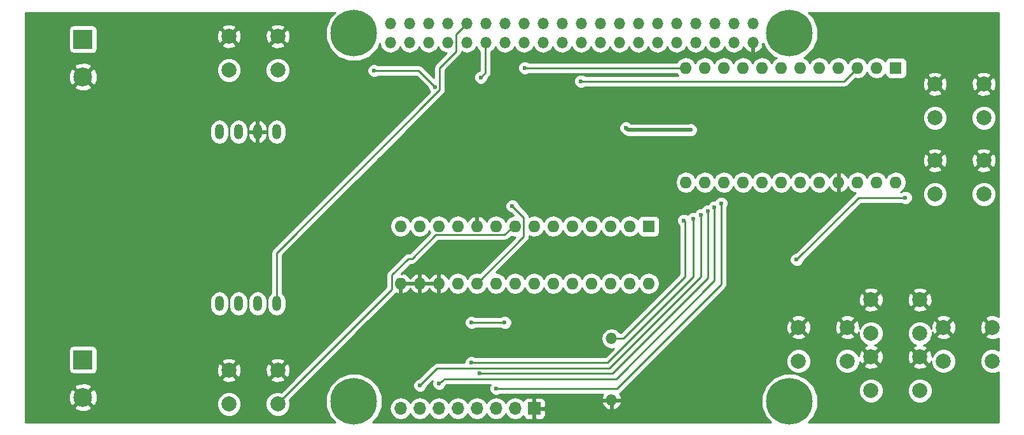
<source format=gbr>
G04 #@! TF.FileFunction,Copper,L2,Bot,Signal*
%FSLAX46Y46*%
G04 Gerber Fmt 4.6, Leading zero omitted, Abs format (unit mm)*
G04 Created by KiCad (PCBNEW 4.0.6) date 07/08/17 15:03:49*
%MOMM*%
%LPD*%
G01*
G04 APERTURE LIST*
%ADD10C,0.100000*%
%ADD11R,1.600000X1.600000*%
%ADD12O,1.600000X1.600000*%
%ADD13O,1.200000X2.000000*%
%ADD14O,1.500000X1.500000*%
%ADD15C,6.200000*%
%ADD16R,1.700000X1.700000*%
%ADD17O,1.700000X1.700000*%
%ADD18R,2.500000X2.500000*%
%ADD19C,2.500000*%
%ADD20C,2.000000*%
%ADD21C,0.600000*%
%ADD22C,0.500000*%
%ADD23C,0.250000*%
%ADD24C,0.254000*%
G04 APERTURE END LIST*
D10*
D11*
X191643000Y-109601000D03*
D12*
X163703000Y-124841000D03*
X189103000Y-109601000D03*
X166243000Y-124841000D03*
X186563000Y-109601000D03*
X168783000Y-124841000D03*
X184023000Y-109601000D03*
X171323000Y-124841000D03*
X181483000Y-109601000D03*
X173863000Y-124841000D03*
X178943000Y-109601000D03*
X176403000Y-124841000D03*
X176403000Y-109601000D03*
X178943000Y-124841000D03*
X173863000Y-109601000D03*
X181483000Y-124841000D03*
X171323000Y-109601000D03*
X184023000Y-124841000D03*
X168783000Y-109601000D03*
X186563000Y-124841000D03*
X166243000Y-109601000D03*
X189103000Y-124841000D03*
X163703000Y-109601000D03*
X191643000Y-124841000D03*
D13*
X109220000Y-140970000D03*
X109220000Y-118110000D03*
X106680000Y-140970000D03*
X106680000Y-118110000D03*
X104140000Y-140970000D03*
X104140000Y-118110000D03*
X101600000Y-140970000D03*
X101600000Y-118110000D03*
D14*
X124371100Y-106273600D03*
X124371100Y-103733600D03*
X126911100Y-106273600D03*
X126911100Y-103733600D03*
X129451100Y-106273600D03*
X129451100Y-103733600D03*
X131991100Y-106273600D03*
X131991100Y-103733600D03*
X134531100Y-106273600D03*
X134531100Y-103733600D03*
X137071100Y-106273600D03*
X137071100Y-103733600D03*
X139611100Y-106273600D03*
X139611100Y-103733600D03*
X142151100Y-106273600D03*
X142151100Y-103733600D03*
X144691100Y-106273600D03*
X144691100Y-103733600D03*
X147231100Y-106273600D03*
X147231100Y-103733600D03*
X149771100Y-106273600D03*
X149771100Y-103733600D03*
X152311100Y-106273600D03*
X152311100Y-103733600D03*
X154851100Y-106273600D03*
X154851100Y-103733600D03*
X157391100Y-106273600D03*
X157391100Y-103733600D03*
X159931100Y-106273600D03*
X159931100Y-103733600D03*
X162471100Y-106273600D03*
X162471100Y-103733600D03*
X165011100Y-106273600D03*
X165011100Y-103733600D03*
X167551100Y-106273600D03*
X167551100Y-103733600D03*
X170091100Y-106273600D03*
X170091100Y-103733600D03*
X172631100Y-106273600D03*
X172631100Y-103733600D03*
D15*
X177501100Y-105003600D03*
X119501100Y-105003600D03*
X119501100Y-154003600D03*
X177501100Y-154003600D03*
D16*
X143510000Y-154940000D03*
D17*
X140970000Y-154940000D03*
X138430000Y-154940000D03*
X135890000Y-154940000D03*
X133350000Y-154940000D03*
X130810000Y-154940000D03*
X128270000Y-154940000D03*
X125730000Y-154940000D03*
D18*
X83439000Y-148463000D03*
D19*
X83439000Y-153463000D03*
D18*
X83439000Y-105791000D03*
D19*
X83439000Y-110791000D03*
D20*
X196850000Y-116260000D03*
X196850000Y-111760000D03*
X203350000Y-116260000D03*
X203350000Y-111760000D03*
X196850000Y-126420000D03*
X196850000Y-121920000D03*
X203350000Y-126420000D03*
X203350000Y-121920000D03*
X102870000Y-109910000D03*
X102870000Y-105410000D03*
X109370000Y-109910000D03*
X109370000Y-105410000D03*
X197993000Y-148645000D03*
X197993000Y-144145000D03*
X204493000Y-148645000D03*
X204493000Y-144145000D03*
X188341000Y-152582000D03*
X188341000Y-148082000D03*
X194841000Y-152582000D03*
X194841000Y-148082000D03*
X188341000Y-144962000D03*
X188341000Y-140462000D03*
X194841000Y-144962000D03*
X194841000Y-140462000D03*
X178689000Y-148645000D03*
X178689000Y-144145000D03*
X185189000Y-148645000D03*
X185189000Y-144145000D03*
X102870000Y-154360000D03*
X102870000Y-149860000D03*
X109370000Y-154360000D03*
X109370000Y-149860000D03*
D14*
X153797000Y-145633000D03*
X153797000Y-153833000D03*
D11*
X158750000Y-130683000D03*
D12*
X125730000Y-138303000D03*
X156210000Y-130683000D03*
X128270000Y-138303000D03*
X153670000Y-130683000D03*
X130810000Y-138303000D03*
X151130000Y-130683000D03*
X133350000Y-138303000D03*
X148590000Y-130683000D03*
X135890000Y-138303000D03*
X146050000Y-130683000D03*
X138430000Y-138303000D03*
X143510000Y-130683000D03*
X140970000Y-138303000D03*
X140970000Y-130683000D03*
X143510000Y-138303000D03*
X138430000Y-130683000D03*
X146050000Y-138303000D03*
X135890000Y-130683000D03*
X148590000Y-138303000D03*
X133350000Y-130683000D03*
X151130000Y-138303000D03*
X130810000Y-130683000D03*
X153670000Y-138303000D03*
X128270000Y-130683000D03*
X156210000Y-138303000D03*
X125730000Y-130683000D03*
X158750000Y-138303000D03*
D21*
X164338000Y-117856000D03*
X155702000Y-117602000D03*
X140589000Y-128016000D03*
X136398000Y-110871000D03*
X149733000Y-111379000D03*
X163449000Y-129921000D03*
X135128000Y-148844000D03*
X164719000Y-129667000D03*
X165735000Y-129159000D03*
X128270000Y-151892000D03*
X166624000Y-128651000D03*
X136271000Y-150241000D03*
X168402000Y-127635000D03*
X138430000Y-152273000D03*
X167513000Y-128143000D03*
X130810000Y-151638000D03*
X192913000Y-126873000D03*
X178435000Y-135128000D03*
X139573000Y-143510000D03*
X135128000Y-143510000D03*
X122174000Y-109982000D03*
X130302000Y-112141000D03*
X142240000Y-109601000D03*
D22*
X155956000Y-117856000D02*
X164338000Y-117856000D01*
X155702000Y-117602000D02*
X155956000Y-117856000D01*
X124371100Y-103733600D02*
X124434600Y-103733600D01*
D23*
X135890000Y-138303000D02*
X142113000Y-132080000D01*
X142113000Y-132080000D02*
X142113000Y-129540000D01*
X142113000Y-129540000D02*
X140589000Y-128016000D01*
X136398000Y-110871000D02*
X137033000Y-110236000D01*
X137033000Y-110236000D02*
X137033000Y-106299000D01*
X137033000Y-106299000D02*
X137071100Y-106273600D01*
X184785000Y-111379000D02*
X186563000Y-109601000D01*
X149733000Y-111379000D02*
X184785000Y-111379000D01*
X155357000Y-145633000D02*
X153797000Y-145633000D01*
X163576000Y-137414000D02*
X155357000Y-145633000D01*
X163576000Y-130048000D02*
X163576000Y-137414000D01*
X163449000Y-129921000D02*
X163576000Y-130048000D01*
X153289000Y-148844000D02*
X135128000Y-148844000D01*
X164719000Y-137414000D02*
X153289000Y-148844000D01*
X164719000Y-129921000D02*
X164719000Y-137414000D01*
X164719000Y-129667000D02*
X164719000Y-129921000D01*
X165735000Y-129159000D02*
X165735000Y-137414000D01*
X165735000Y-137414000D02*
X153543000Y-149606000D01*
X153543000Y-149606000D02*
X130556000Y-149606000D01*
X130556000Y-149606000D02*
X128270000Y-151892000D01*
X166624000Y-128651000D02*
X166624000Y-137541000D01*
X166624000Y-137541000D02*
X153924000Y-150241000D01*
X153924000Y-150241000D02*
X136271000Y-150241000D01*
X168402000Y-127635000D02*
X168402000Y-138430000D01*
X168402000Y-138430000D02*
X154559000Y-152273000D01*
X154559000Y-152273000D02*
X138430000Y-152273000D01*
X138430000Y-152273000D02*
X138430000Y-152273000D01*
X167513000Y-128143000D02*
X167513000Y-137922000D01*
X167513000Y-137922000D02*
X154432000Y-151003000D01*
X154432000Y-151003000D02*
X131572000Y-151003000D01*
X131572000Y-151003000D02*
X130810000Y-151638000D01*
X186690000Y-126873000D02*
X192913000Y-126873000D01*
X178435000Y-135128000D02*
X186690000Y-126873000D01*
X135128000Y-143510000D02*
X139573000Y-143510000D01*
X128143000Y-109982000D02*
X122174000Y-109982000D01*
X130302000Y-112141000D02*
X128143000Y-109982000D01*
X109347000Y-109855000D02*
X109370000Y-109910000D01*
X109370000Y-154360000D02*
X109347000Y-154305000D01*
X109347000Y-154305000D02*
X124587000Y-139065000D01*
X124587000Y-139065000D02*
X124587000Y-137160000D01*
X124587000Y-137160000D02*
X126746000Y-135001000D01*
X126746000Y-135001000D02*
X127254000Y-135001000D01*
X127254000Y-135001000D02*
X130429000Y-131826000D01*
X130429000Y-131826000D02*
X139573000Y-131826000D01*
X139573000Y-131826000D02*
X140716000Y-130683000D01*
X140716000Y-130683000D02*
X140970000Y-130683000D01*
X134531100Y-103733600D02*
X134493000Y-103759000D01*
X134493000Y-103759000D02*
X133096000Y-105156000D01*
X133096000Y-105156000D02*
X133096000Y-107442000D01*
X133096000Y-107442000D02*
X130937000Y-109601000D01*
X130937000Y-109601000D02*
X130937000Y-112522000D01*
X130937000Y-112522000D02*
X109220000Y-134239000D01*
X109220000Y-134239000D02*
X109220000Y-140970000D01*
X142240000Y-109601000D02*
X163703000Y-109601000D01*
X134531100Y-103733600D02*
X134493000Y-103759000D01*
D24*
G36*
X116336567Y-102885130D02*
X115766750Y-104257403D01*
X115765453Y-105743278D01*
X116332875Y-107116544D01*
X117382630Y-108168133D01*
X118754903Y-108737950D01*
X120240778Y-108739247D01*
X121614044Y-108171825D01*
X122665633Y-107122070D01*
X122978069Y-106369639D01*
X123064393Y-106803617D01*
X123364623Y-107252943D01*
X123813949Y-107553173D01*
X124343966Y-107658600D01*
X124398234Y-107658600D01*
X124928251Y-107553173D01*
X125377577Y-107252943D01*
X125641100Y-106858553D01*
X125904623Y-107252943D01*
X126353949Y-107553173D01*
X126883966Y-107658600D01*
X126938234Y-107658600D01*
X127468251Y-107553173D01*
X127917577Y-107252943D01*
X128181100Y-106858553D01*
X128444623Y-107252943D01*
X128893949Y-107553173D01*
X129423966Y-107658600D01*
X129478234Y-107658600D01*
X130008251Y-107553173D01*
X130457577Y-107252943D01*
X130721100Y-106858553D01*
X130984623Y-107252943D01*
X131433949Y-107553173D01*
X131831039Y-107632159D01*
X130399599Y-109063599D01*
X130234852Y-109310161D01*
X130177000Y-109601000D01*
X130177000Y-110941198D01*
X128680401Y-109444599D01*
X128433839Y-109279852D01*
X128143000Y-109222000D01*
X122736463Y-109222000D01*
X122704327Y-109189808D01*
X122360799Y-109047162D01*
X121988833Y-109046838D01*
X121645057Y-109188883D01*
X121381808Y-109451673D01*
X121239162Y-109795201D01*
X121238838Y-110167167D01*
X121380883Y-110510943D01*
X121643673Y-110774192D01*
X121987201Y-110916838D01*
X122359167Y-110917162D01*
X122702943Y-110775117D01*
X122736118Y-110742000D01*
X127828198Y-110742000D01*
X129366878Y-112280680D01*
X129366838Y-112326167D01*
X129508883Y-112669943D01*
X129611479Y-112772719D01*
X108682599Y-133701599D01*
X108517852Y-133948161D01*
X108460000Y-134239000D01*
X108460000Y-139589002D01*
X108346723Y-139664691D01*
X108079009Y-140065354D01*
X107985000Y-140537968D01*
X107985000Y-141402032D01*
X108079009Y-141874646D01*
X108346723Y-142275309D01*
X108747386Y-142543023D01*
X109220000Y-142637032D01*
X109692614Y-142543023D01*
X110093277Y-142275309D01*
X110360991Y-141874646D01*
X110455000Y-141402032D01*
X110455000Y-140537968D01*
X110360991Y-140065354D01*
X110093277Y-139664691D01*
X109980000Y-139589002D01*
X109980000Y-134553802D01*
X119720915Y-124812887D01*
X162268000Y-124812887D01*
X162268000Y-124869113D01*
X162377233Y-125418264D01*
X162688302Y-125883811D01*
X163153849Y-126194880D01*
X163703000Y-126304113D01*
X164252151Y-126194880D01*
X164717698Y-125883811D01*
X164973000Y-125501725D01*
X165228302Y-125883811D01*
X165693849Y-126194880D01*
X166243000Y-126304113D01*
X166792151Y-126194880D01*
X167257698Y-125883811D01*
X167513000Y-125501725D01*
X167768302Y-125883811D01*
X168233849Y-126194880D01*
X168783000Y-126304113D01*
X169332151Y-126194880D01*
X169797698Y-125883811D01*
X170053000Y-125501725D01*
X170308302Y-125883811D01*
X170773849Y-126194880D01*
X171323000Y-126304113D01*
X171872151Y-126194880D01*
X172337698Y-125883811D01*
X172593000Y-125501725D01*
X172848302Y-125883811D01*
X173313849Y-126194880D01*
X173863000Y-126304113D01*
X174412151Y-126194880D01*
X174877698Y-125883811D01*
X175133000Y-125501725D01*
X175388302Y-125883811D01*
X175853849Y-126194880D01*
X176403000Y-126304113D01*
X176952151Y-126194880D01*
X177417698Y-125883811D01*
X177673000Y-125501725D01*
X177928302Y-125883811D01*
X178393849Y-126194880D01*
X178943000Y-126304113D01*
X179492151Y-126194880D01*
X179957698Y-125883811D01*
X180213000Y-125501725D01*
X180468302Y-125883811D01*
X180933849Y-126194880D01*
X181483000Y-126304113D01*
X182032151Y-126194880D01*
X182497698Y-125883811D01*
X182767986Y-125479297D01*
X182870611Y-125696134D01*
X183285577Y-126072041D01*
X183673961Y-126232904D01*
X183896000Y-126110915D01*
X183896000Y-124968000D01*
X183876000Y-124968000D01*
X183876000Y-124714000D01*
X183896000Y-124714000D01*
X183896000Y-123571085D01*
X183673961Y-123449096D01*
X183285577Y-123609959D01*
X182870611Y-123985866D01*
X182767986Y-124202703D01*
X182497698Y-123798189D01*
X182032151Y-123487120D01*
X181483000Y-123377887D01*
X180933849Y-123487120D01*
X180468302Y-123798189D01*
X180213000Y-124180275D01*
X179957698Y-123798189D01*
X179492151Y-123487120D01*
X178943000Y-123377887D01*
X178393849Y-123487120D01*
X177928302Y-123798189D01*
X177673000Y-124180275D01*
X177417698Y-123798189D01*
X176952151Y-123487120D01*
X176403000Y-123377887D01*
X175853849Y-123487120D01*
X175388302Y-123798189D01*
X175133000Y-124180275D01*
X174877698Y-123798189D01*
X174412151Y-123487120D01*
X173863000Y-123377887D01*
X173313849Y-123487120D01*
X172848302Y-123798189D01*
X172593000Y-124180275D01*
X172337698Y-123798189D01*
X171872151Y-123487120D01*
X171323000Y-123377887D01*
X170773849Y-123487120D01*
X170308302Y-123798189D01*
X170053000Y-124180275D01*
X169797698Y-123798189D01*
X169332151Y-123487120D01*
X168783000Y-123377887D01*
X168233849Y-123487120D01*
X167768302Y-123798189D01*
X167513000Y-124180275D01*
X167257698Y-123798189D01*
X166792151Y-123487120D01*
X166243000Y-123377887D01*
X165693849Y-123487120D01*
X165228302Y-123798189D01*
X164973000Y-124180275D01*
X164717698Y-123798189D01*
X164252151Y-123487120D01*
X163703000Y-123377887D01*
X163153849Y-123487120D01*
X162688302Y-123798189D01*
X162377233Y-124263736D01*
X162268000Y-124812887D01*
X119720915Y-124812887D01*
X121461270Y-123072532D01*
X195877073Y-123072532D01*
X195975736Y-123339387D01*
X196585461Y-123565908D01*
X197235460Y-123541856D01*
X197724264Y-123339387D01*
X197822927Y-123072532D01*
X202377073Y-123072532D01*
X202475736Y-123339387D01*
X203085461Y-123565908D01*
X203735460Y-123541856D01*
X204224264Y-123339387D01*
X204322927Y-123072532D01*
X203350000Y-122099605D01*
X202377073Y-123072532D01*
X197822927Y-123072532D01*
X196850000Y-122099605D01*
X195877073Y-123072532D01*
X121461270Y-123072532D01*
X122878341Y-121655461D01*
X195204092Y-121655461D01*
X195228144Y-122305460D01*
X195430613Y-122794264D01*
X195697468Y-122892927D01*
X196670395Y-121920000D01*
X197029605Y-121920000D01*
X198002532Y-122892927D01*
X198269387Y-122794264D01*
X198495908Y-122184539D01*
X198476331Y-121655461D01*
X201704092Y-121655461D01*
X201728144Y-122305460D01*
X201930613Y-122794264D01*
X202197468Y-122892927D01*
X203170395Y-121920000D01*
X203529605Y-121920000D01*
X204502532Y-122892927D01*
X204769387Y-122794264D01*
X204995908Y-122184539D01*
X204971856Y-121534540D01*
X204769387Y-121045736D01*
X204502532Y-120947073D01*
X203529605Y-121920000D01*
X203170395Y-121920000D01*
X202197468Y-120947073D01*
X201930613Y-121045736D01*
X201704092Y-121655461D01*
X198476331Y-121655461D01*
X198471856Y-121534540D01*
X198269387Y-121045736D01*
X198002532Y-120947073D01*
X197029605Y-121920000D01*
X196670395Y-121920000D01*
X195697468Y-120947073D01*
X195430613Y-121045736D01*
X195204092Y-121655461D01*
X122878341Y-121655461D01*
X123766334Y-120767468D01*
X195877073Y-120767468D01*
X196850000Y-121740395D01*
X197822927Y-120767468D01*
X202377073Y-120767468D01*
X203350000Y-121740395D01*
X204322927Y-120767468D01*
X204224264Y-120500613D01*
X203614539Y-120274092D01*
X202964540Y-120298144D01*
X202475736Y-120500613D01*
X202377073Y-120767468D01*
X197822927Y-120767468D01*
X197724264Y-120500613D01*
X197114539Y-120274092D01*
X196464540Y-120298144D01*
X195975736Y-120500613D01*
X195877073Y-120767468D01*
X123766334Y-120767468D01*
X126746635Y-117787167D01*
X154766838Y-117787167D01*
X154908883Y-118130943D01*
X155171673Y-118394192D01*
X155292987Y-118444566D01*
X155330208Y-118481787D01*
X155330210Y-118481790D01*
X155562500Y-118637000D01*
X155617325Y-118673633D01*
X155956000Y-118741001D01*
X155956005Y-118741000D01*
X164031178Y-118741000D01*
X164151201Y-118790838D01*
X164523167Y-118791162D01*
X164866943Y-118649117D01*
X165130192Y-118386327D01*
X165272838Y-118042799D01*
X165273162Y-117670833D01*
X165131117Y-117327057D01*
X164868327Y-117063808D01*
X164524799Y-116921162D01*
X164152833Y-116920838D01*
X164031431Y-116971000D01*
X156393238Y-116971000D01*
X156232327Y-116809808D01*
X155888799Y-116667162D01*
X155516833Y-116666838D01*
X155173057Y-116808883D01*
X154909808Y-117071673D01*
X154767162Y-117415201D01*
X154766838Y-117787167D01*
X126746635Y-117787167D01*
X127950007Y-116583795D01*
X195214716Y-116583795D01*
X195463106Y-117184943D01*
X195922637Y-117645278D01*
X196523352Y-117894716D01*
X197173795Y-117895284D01*
X197774943Y-117646894D01*
X198235278Y-117187363D01*
X198484716Y-116586648D01*
X198484718Y-116583795D01*
X201714716Y-116583795D01*
X201963106Y-117184943D01*
X202422637Y-117645278D01*
X203023352Y-117894716D01*
X203673795Y-117895284D01*
X204274943Y-117646894D01*
X204735278Y-117187363D01*
X204984716Y-116586648D01*
X204985284Y-115936205D01*
X204736894Y-115335057D01*
X204277363Y-114874722D01*
X203676648Y-114625284D01*
X203026205Y-114624716D01*
X202425057Y-114873106D01*
X201964722Y-115332637D01*
X201715284Y-115933352D01*
X201714716Y-116583795D01*
X198484718Y-116583795D01*
X198485284Y-115936205D01*
X198236894Y-115335057D01*
X197777363Y-114874722D01*
X197176648Y-114625284D01*
X196526205Y-114624716D01*
X195925057Y-114873106D01*
X195464722Y-115332637D01*
X195215284Y-115933352D01*
X195214716Y-116583795D01*
X127950007Y-116583795D01*
X131474401Y-113059401D01*
X131572535Y-112912532D01*
X195877073Y-112912532D01*
X195975736Y-113179387D01*
X196585461Y-113405908D01*
X197235460Y-113381856D01*
X197724264Y-113179387D01*
X197822927Y-112912532D01*
X202377073Y-112912532D01*
X202475736Y-113179387D01*
X203085461Y-113405908D01*
X203735460Y-113381856D01*
X204224264Y-113179387D01*
X204322927Y-112912532D01*
X203350000Y-111939605D01*
X202377073Y-112912532D01*
X197822927Y-112912532D01*
X196850000Y-111939605D01*
X195877073Y-112912532D01*
X131572535Y-112912532D01*
X131639148Y-112812839D01*
X131697000Y-112522000D01*
X131697000Y-109915802D01*
X133633401Y-107979401D01*
X133798148Y-107732839D01*
X133850318Y-107470565D01*
X133973949Y-107553173D01*
X134503966Y-107658600D01*
X134558234Y-107658600D01*
X135088251Y-107553173D01*
X135537577Y-107252943D01*
X135801100Y-106858553D01*
X136064623Y-107252943D01*
X136273000Y-107392176D01*
X136273000Y-109921198D01*
X136258320Y-109935878D01*
X136212833Y-109935838D01*
X135869057Y-110077883D01*
X135605808Y-110340673D01*
X135463162Y-110684201D01*
X135462838Y-111056167D01*
X135604883Y-111399943D01*
X135867673Y-111663192D01*
X136211201Y-111805838D01*
X136583167Y-111806162D01*
X136926943Y-111664117D01*
X137190192Y-111401327D01*
X137332838Y-111057799D01*
X137332879Y-111010923D01*
X137570401Y-110773401D01*
X137735148Y-110526839D01*
X137793000Y-110236000D01*
X137793000Y-107443091D01*
X138077577Y-107252943D01*
X138341100Y-106858553D01*
X138604623Y-107252943D01*
X139053949Y-107553173D01*
X139583966Y-107658600D01*
X139638234Y-107658600D01*
X140168251Y-107553173D01*
X140617577Y-107252943D01*
X140881100Y-106858553D01*
X141144623Y-107252943D01*
X141593949Y-107553173D01*
X142123966Y-107658600D01*
X142178234Y-107658600D01*
X142708251Y-107553173D01*
X143157577Y-107252943D01*
X143421100Y-106858553D01*
X143684623Y-107252943D01*
X144133949Y-107553173D01*
X144663966Y-107658600D01*
X144718234Y-107658600D01*
X145248251Y-107553173D01*
X145697577Y-107252943D01*
X145961100Y-106858553D01*
X146224623Y-107252943D01*
X146673949Y-107553173D01*
X147203966Y-107658600D01*
X147258234Y-107658600D01*
X147788251Y-107553173D01*
X148237577Y-107252943D01*
X148501100Y-106858553D01*
X148764623Y-107252943D01*
X149213949Y-107553173D01*
X149743966Y-107658600D01*
X149798234Y-107658600D01*
X150328251Y-107553173D01*
X150777577Y-107252943D01*
X151041100Y-106858553D01*
X151304623Y-107252943D01*
X151753949Y-107553173D01*
X152283966Y-107658600D01*
X152338234Y-107658600D01*
X152868251Y-107553173D01*
X153317577Y-107252943D01*
X153581100Y-106858553D01*
X153844623Y-107252943D01*
X154293949Y-107553173D01*
X154823966Y-107658600D01*
X154878234Y-107658600D01*
X155408251Y-107553173D01*
X155857577Y-107252943D01*
X156121100Y-106858553D01*
X156384623Y-107252943D01*
X156833949Y-107553173D01*
X157363966Y-107658600D01*
X157418234Y-107658600D01*
X157948251Y-107553173D01*
X158397577Y-107252943D01*
X158661100Y-106858553D01*
X158924623Y-107252943D01*
X159373949Y-107553173D01*
X159903966Y-107658600D01*
X159958234Y-107658600D01*
X160488251Y-107553173D01*
X160937577Y-107252943D01*
X161201100Y-106858553D01*
X161464623Y-107252943D01*
X161913949Y-107553173D01*
X162443966Y-107658600D01*
X162498234Y-107658600D01*
X163028251Y-107553173D01*
X163477577Y-107252943D01*
X163741100Y-106858553D01*
X164004623Y-107252943D01*
X164453949Y-107553173D01*
X164983966Y-107658600D01*
X165038234Y-107658600D01*
X165568251Y-107553173D01*
X166017577Y-107252943D01*
X166281100Y-106858553D01*
X166544623Y-107252943D01*
X166993949Y-107553173D01*
X167523966Y-107658600D01*
X167578234Y-107658600D01*
X168108251Y-107553173D01*
X168557577Y-107252943D01*
X168821100Y-106858553D01*
X169084623Y-107252943D01*
X169533949Y-107553173D01*
X170063966Y-107658600D01*
X170118234Y-107658600D01*
X170648251Y-107553173D01*
X171097577Y-107252943D01*
X171378785Y-106832086D01*
X171440675Y-106981514D01*
X171802198Y-107383183D01*
X172289913Y-107615928D01*
X172504100Y-107494025D01*
X172504100Y-106400600D01*
X172484100Y-106400600D01*
X172484100Y-106146600D01*
X172504100Y-106146600D01*
X172504100Y-106126600D01*
X172758100Y-106126600D01*
X172758100Y-106146600D01*
X172778100Y-106146600D01*
X172778100Y-106400600D01*
X172758100Y-106400600D01*
X172758100Y-107494025D01*
X172972287Y-107615928D01*
X173460002Y-107383183D01*
X173821525Y-106981514D01*
X173973418Y-106614785D01*
X173850757Y-106400602D01*
X174016100Y-106400602D01*
X174016100Y-106349891D01*
X174332875Y-107116544D01*
X175382630Y-108168133D01*
X175746153Y-108319081D01*
X175388302Y-108558189D01*
X175133000Y-108940275D01*
X174877698Y-108558189D01*
X174412151Y-108247120D01*
X173863000Y-108137887D01*
X173313849Y-108247120D01*
X172848302Y-108558189D01*
X172593000Y-108940275D01*
X172337698Y-108558189D01*
X171872151Y-108247120D01*
X171323000Y-108137887D01*
X170773849Y-108247120D01*
X170308302Y-108558189D01*
X170053000Y-108940275D01*
X169797698Y-108558189D01*
X169332151Y-108247120D01*
X168783000Y-108137887D01*
X168233849Y-108247120D01*
X167768302Y-108558189D01*
X167513000Y-108940275D01*
X167257698Y-108558189D01*
X166792151Y-108247120D01*
X166243000Y-108137887D01*
X165693849Y-108247120D01*
X165228302Y-108558189D01*
X164973000Y-108940275D01*
X164717698Y-108558189D01*
X164252151Y-108247120D01*
X163703000Y-108137887D01*
X163153849Y-108247120D01*
X162688302Y-108558189D01*
X162499333Y-108841000D01*
X142802463Y-108841000D01*
X142770327Y-108808808D01*
X142426799Y-108666162D01*
X142054833Y-108665838D01*
X141711057Y-108807883D01*
X141447808Y-109070673D01*
X141305162Y-109414201D01*
X141304838Y-109786167D01*
X141446883Y-110129943D01*
X141709673Y-110393192D01*
X142053201Y-110535838D01*
X142425167Y-110536162D01*
X142768943Y-110394117D01*
X142802118Y-110361000D01*
X162499333Y-110361000D01*
X162671724Y-110619000D01*
X150295463Y-110619000D01*
X150263327Y-110586808D01*
X149919799Y-110444162D01*
X149547833Y-110443838D01*
X149204057Y-110585883D01*
X148940808Y-110848673D01*
X148798162Y-111192201D01*
X148797838Y-111564167D01*
X148939883Y-111907943D01*
X149202673Y-112171192D01*
X149546201Y-112313838D01*
X149918167Y-112314162D01*
X150261943Y-112172117D01*
X150295118Y-112139000D01*
X184785000Y-112139000D01*
X185075839Y-112081148D01*
X185322401Y-111916401D01*
X185743341Y-111495461D01*
X195204092Y-111495461D01*
X195228144Y-112145460D01*
X195430613Y-112634264D01*
X195697468Y-112732927D01*
X196670395Y-111760000D01*
X197029605Y-111760000D01*
X198002532Y-112732927D01*
X198269387Y-112634264D01*
X198495908Y-112024539D01*
X198476331Y-111495461D01*
X201704092Y-111495461D01*
X201728144Y-112145460D01*
X201930613Y-112634264D01*
X202197468Y-112732927D01*
X203170395Y-111760000D01*
X203529605Y-111760000D01*
X204502532Y-112732927D01*
X204769387Y-112634264D01*
X204995908Y-112024539D01*
X204971856Y-111374540D01*
X204769387Y-110885736D01*
X204502532Y-110787073D01*
X203529605Y-111760000D01*
X203170395Y-111760000D01*
X202197468Y-110787073D01*
X201930613Y-110885736D01*
X201704092Y-111495461D01*
X198476331Y-111495461D01*
X198471856Y-111374540D01*
X198269387Y-110885736D01*
X198002532Y-110787073D01*
X197029605Y-111760000D01*
X196670395Y-111760000D01*
X195697468Y-110787073D01*
X195430613Y-110885736D01*
X195204092Y-111495461D01*
X185743341Y-111495461D01*
X186239114Y-110999688D01*
X186563000Y-111064113D01*
X187112151Y-110954880D01*
X187577698Y-110643811D01*
X187833000Y-110261725D01*
X188088302Y-110643811D01*
X188553849Y-110954880D01*
X189103000Y-111064113D01*
X189652151Y-110954880D01*
X190117698Y-110643811D01*
X190214101Y-110499535D01*
X190239838Y-110636317D01*
X190378910Y-110852441D01*
X190591110Y-110997431D01*
X190843000Y-111048440D01*
X192443000Y-111048440D01*
X192678317Y-111004162D01*
X192894441Y-110865090D01*
X193039431Y-110652890D01*
X193048629Y-110607468D01*
X195877073Y-110607468D01*
X196850000Y-111580395D01*
X197822927Y-110607468D01*
X202377073Y-110607468D01*
X203350000Y-111580395D01*
X204322927Y-110607468D01*
X204224264Y-110340613D01*
X203614539Y-110114092D01*
X202964540Y-110138144D01*
X202475736Y-110340613D01*
X202377073Y-110607468D01*
X197822927Y-110607468D01*
X197724264Y-110340613D01*
X197114539Y-110114092D01*
X196464540Y-110138144D01*
X195975736Y-110340613D01*
X195877073Y-110607468D01*
X193048629Y-110607468D01*
X193090440Y-110401000D01*
X193090440Y-108801000D01*
X193046162Y-108565683D01*
X192907090Y-108349559D01*
X192694890Y-108204569D01*
X192443000Y-108153560D01*
X190843000Y-108153560D01*
X190607683Y-108197838D01*
X190391559Y-108336910D01*
X190246569Y-108549110D01*
X190215185Y-108704089D01*
X190117698Y-108558189D01*
X189652151Y-108247120D01*
X189103000Y-108137887D01*
X188553849Y-108247120D01*
X188088302Y-108558189D01*
X187833000Y-108940275D01*
X187577698Y-108558189D01*
X187112151Y-108247120D01*
X186563000Y-108137887D01*
X186013849Y-108247120D01*
X185548302Y-108558189D01*
X185293000Y-108940275D01*
X185037698Y-108558189D01*
X184572151Y-108247120D01*
X184023000Y-108137887D01*
X183473849Y-108247120D01*
X183008302Y-108558189D01*
X182753000Y-108940275D01*
X182497698Y-108558189D01*
X182032151Y-108247120D01*
X181483000Y-108137887D01*
X180933849Y-108247120D01*
X180468302Y-108558189D01*
X180213000Y-108940275D01*
X179957698Y-108558189D01*
X179492151Y-108247120D01*
X179451423Y-108239019D01*
X179614044Y-108171825D01*
X180665633Y-107122070D01*
X181235450Y-105749797D01*
X181236747Y-104263922D01*
X180669325Y-102890656D01*
X180026292Y-102246500D01*
X205328500Y-102246500D01*
X205328500Y-142711212D01*
X204757539Y-142499092D01*
X204107540Y-142523144D01*
X203618736Y-142725613D01*
X203520073Y-142992468D01*
X204493000Y-143965395D01*
X204507143Y-143951253D01*
X204686748Y-144130858D01*
X204672605Y-144145000D01*
X204686748Y-144159143D01*
X204507143Y-144338748D01*
X204493000Y-144324605D01*
X203520073Y-145297532D01*
X203618736Y-145564387D01*
X204228461Y-145790908D01*
X204878460Y-145766856D01*
X205328500Y-145580444D01*
X205328500Y-147221577D01*
X204819648Y-147010284D01*
X204169205Y-147009716D01*
X203568057Y-147258106D01*
X203107722Y-147717637D01*
X202858284Y-148318352D01*
X202857716Y-148968795D01*
X203106106Y-149569943D01*
X203565637Y-150030278D01*
X204166352Y-150279716D01*
X204816795Y-150280284D01*
X205328500Y-150068851D01*
X205328500Y-156770000D01*
X180016571Y-156770000D01*
X180665633Y-156122070D01*
X181235450Y-154749797D01*
X181236747Y-153263922D01*
X181088772Y-152905795D01*
X186705716Y-152905795D01*
X186954106Y-153506943D01*
X187413637Y-153967278D01*
X188014352Y-154216716D01*
X188664795Y-154217284D01*
X189265943Y-153968894D01*
X189726278Y-153509363D01*
X189975716Y-152908648D01*
X189975718Y-152905795D01*
X193205716Y-152905795D01*
X193454106Y-153506943D01*
X193913637Y-153967278D01*
X194514352Y-154216716D01*
X195164795Y-154217284D01*
X195765943Y-153968894D01*
X196226278Y-153509363D01*
X196475716Y-152908648D01*
X196476284Y-152258205D01*
X196227894Y-151657057D01*
X195768363Y-151196722D01*
X195167648Y-150947284D01*
X194517205Y-150946716D01*
X193916057Y-151195106D01*
X193455722Y-151654637D01*
X193206284Y-152255352D01*
X193205716Y-152905795D01*
X189975718Y-152905795D01*
X189976284Y-152258205D01*
X189727894Y-151657057D01*
X189268363Y-151196722D01*
X188667648Y-150947284D01*
X188017205Y-150946716D01*
X187416057Y-151195106D01*
X186955722Y-151654637D01*
X186706284Y-152255352D01*
X186705716Y-152905795D01*
X181088772Y-152905795D01*
X180669325Y-151890656D01*
X179619570Y-150839067D01*
X178247297Y-150269250D01*
X176761422Y-150267953D01*
X175388156Y-150835375D01*
X174336567Y-151885130D01*
X173766750Y-153257403D01*
X173765453Y-154743278D01*
X174332875Y-156116544D01*
X174985191Y-156770000D01*
X122016571Y-156770000D01*
X122665633Y-156122070D01*
X123168551Y-154910907D01*
X124245000Y-154910907D01*
X124245000Y-154969093D01*
X124358039Y-155537378D01*
X124679946Y-156019147D01*
X125161715Y-156341054D01*
X125730000Y-156454093D01*
X126298285Y-156341054D01*
X126780054Y-156019147D01*
X127000000Y-155689974D01*
X127219946Y-156019147D01*
X127701715Y-156341054D01*
X128270000Y-156454093D01*
X128838285Y-156341054D01*
X129320054Y-156019147D01*
X129540000Y-155689974D01*
X129759946Y-156019147D01*
X130241715Y-156341054D01*
X130810000Y-156454093D01*
X131378285Y-156341054D01*
X131860054Y-156019147D01*
X132080000Y-155689974D01*
X132299946Y-156019147D01*
X132781715Y-156341054D01*
X133350000Y-156454093D01*
X133918285Y-156341054D01*
X134400054Y-156019147D01*
X134620000Y-155689974D01*
X134839946Y-156019147D01*
X135321715Y-156341054D01*
X135890000Y-156454093D01*
X136458285Y-156341054D01*
X136940054Y-156019147D01*
X137160000Y-155689974D01*
X137379946Y-156019147D01*
X137861715Y-156341054D01*
X138430000Y-156454093D01*
X138998285Y-156341054D01*
X139480054Y-156019147D01*
X139700000Y-155689974D01*
X139919946Y-156019147D01*
X140401715Y-156341054D01*
X140970000Y-156454093D01*
X141538285Y-156341054D01*
X142020054Y-156019147D01*
X142049403Y-155975223D01*
X142121673Y-156149698D01*
X142300301Y-156328327D01*
X142533690Y-156425000D01*
X143224250Y-156425000D01*
X143383000Y-156266250D01*
X143383000Y-155067000D01*
X143637000Y-155067000D01*
X143637000Y-156266250D01*
X143795750Y-156425000D01*
X144486310Y-156425000D01*
X144719699Y-156328327D01*
X144898327Y-156149698D01*
X144995000Y-155916309D01*
X144995000Y-155225750D01*
X144836250Y-155067000D01*
X143637000Y-155067000D01*
X143383000Y-155067000D01*
X143363000Y-155067000D01*
X143363000Y-154813000D01*
X143383000Y-154813000D01*
X143383000Y-153613750D01*
X143637000Y-153613750D01*
X143637000Y-154813000D01*
X144836250Y-154813000D01*
X144995000Y-154654250D01*
X144995000Y-154174185D01*
X152454682Y-154174185D01*
X152606575Y-154540914D01*
X152968098Y-154942583D01*
X153455813Y-155175328D01*
X153670000Y-155053425D01*
X153670000Y-153960000D01*
X153924000Y-153960000D01*
X153924000Y-155053425D01*
X154138187Y-155175328D01*
X154625902Y-154942583D01*
X154987425Y-154540914D01*
X155139318Y-154174185D01*
X155016656Y-153960000D01*
X153924000Y-153960000D01*
X153670000Y-153960000D01*
X152577344Y-153960000D01*
X152454682Y-154174185D01*
X144995000Y-154174185D01*
X144995000Y-153963691D01*
X144898327Y-153730302D01*
X144719699Y-153551673D01*
X144486310Y-153455000D01*
X143795750Y-153455000D01*
X143637000Y-153613750D01*
X143383000Y-153613750D01*
X143224250Y-153455000D01*
X142533690Y-153455000D01*
X142300301Y-153551673D01*
X142121673Y-153730302D01*
X142049403Y-153904777D01*
X142020054Y-153860853D01*
X141538285Y-153538946D01*
X140970000Y-153425907D01*
X140401715Y-153538946D01*
X139919946Y-153860853D01*
X139700000Y-154190026D01*
X139480054Y-153860853D01*
X138998285Y-153538946D01*
X138430000Y-153425907D01*
X137861715Y-153538946D01*
X137379946Y-153860853D01*
X137160000Y-154190026D01*
X136940054Y-153860853D01*
X136458285Y-153538946D01*
X135890000Y-153425907D01*
X135321715Y-153538946D01*
X134839946Y-153860853D01*
X134620000Y-154190026D01*
X134400054Y-153860853D01*
X133918285Y-153538946D01*
X133350000Y-153425907D01*
X132781715Y-153538946D01*
X132299946Y-153860853D01*
X132080000Y-154190026D01*
X131860054Y-153860853D01*
X131378285Y-153538946D01*
X130810000Y-153425907D01*
X130241715Y-153538946D01*
X129759946Y-153860853D01*
X129540000Y-154190026D01*
X129320054Y-153860853D01*
X128838285Y-153538946D01*
X128270000Y-153425907D01*
X127701715Y-153538946D01*
X127219946Y-153860853D01*
X127000000Y-154190026D01*
X126780054Y-153860853D01*
X126298285Y-153538946D01*
X125730000Y-153425907D01*
X125161715Y-153538946D01*
X124679946Y-153860853D01*
X124358039Y-154342622D01*
X124245000Y-154910907D01*
X123168551Y-154910907D01*
X123235450Y-154749797D01*
X123236747Y-153263922D01*
X122746390Y-152077167D01*
X127334838Y-152077167D01*
X127476883Y-152420943D01*
X127739673Y-152684192D01*
X128083201Y-152826838D01*
X128455167Y-152827162D01*
X128798943Y-152685117D01*
X129062192Y-152422327D01*
X129204838Y-152078799D01*
X129204879Y-152031923D01*
X129938759Y-151298043D01*
X129875162Y-151451201D01*
X129874838Y-151823167D01*
X130016883Y-152166943D01*
X130279673Y-152430192D01*
X130623201Y-152572838D01*
X130995167Y-152573162D01*
X131338943Y-152431117D01*
X131602192Y-152168327D01*
X131729937Y-151860684D01*
X131847158Y-151763000D01*
X137629367Y-151763000D01*
X137495162Y-152086201D01*
X137494838Y-152458167D01*
X137636883Y-152801943D01*
X137899673Y-153065192D01*
X138243201Y-153207838D01*
X138615167Y-153208162D01*
X138958943Y-153066117D01*
X138992118Y-153033000D01*
X152689457Y-153033000D01*
X152606575Y-153125086D01*
X152454682Y-153491815D01*
X152577344Y-153706000D01*
X153670000Y-153706000D01*
X153670000Y-153686000D01*
X153924000Y-153686000D01*
X153924000Y-153706000D01*
X155016656Y-153706000D01*
X155139318Y-153491815D01*
X154987425Y-153125086D01*
X154851484Y-152974049D01*
X155096401Y-152810401D01*
X158938007Y-148968795D01*
X177053716Y-148968795D01*
X177302106Y-149569943D01*
X177761637Y-150030278D01*
X178362352Y-150279716D01*
X179012795Y-150280284D01*
X179613943Y-150031894D01*
X180074278Y-149572363D01*
X180323716Y-148971648D01*
X180323718Y-148968795D01*
X183553716Y-148968795D01*
X183802106Y-149569943D01*
X184261637Y-150030278D01*
X184862352Y-150279716D01*
X185512795Y-150280284D01*
X186113943Y-150031894D01*
X186574278Y-149572363D01*
X186714557Y-149234532D01*
X187368073Y-149234532D01*
X187466736Y-149501387D01*
X188076461Y-149727908D01*
X188726460Y-149703856D01*
X189215264Y-149501387D01*
X189313927Y-149234532D01*
X193868073Y-149234532D01*
X193966736Y-149501387D01*
X194576461Y-149727908D01*
X195226460Y-149703856D01*
X195715264Y-149501387D01*
X195813927Y-149234532D01*
X194841000Y-148261605D01*
X193868073Y-149234532D01*
X189313927Y-149234532D01*
X188341000Y-148261605D01*
X187368073Y-149234532D01*
X186714557Y-149234532D01*
X186823716Y-148971648D01*
X186823935Y-148720449D01*
X186921613Y-148956264D01*
X187188468Y-149054927D01*
X188161395Y-148082000D01*
X188520605Y-148082000D01*
X189493532Y-149054927D01*
X189760387Y-148956264D01*
X189986908Y-148346539D01*
X189967331Y-147817461D01*
X193195092Y-147817461D01*
X193219144Y-148467460D01*
X193421613Y-148956264D01*
X193688468Y-149054927D01*
X194661395Y-148082000D01*
X195020605Y-148082000D01*
X195993532Y-149054927D01*
X196260387Y-148956264D01*
X196357956Y-148693637D01*
X196357716Y-148968795D01*
X196606106Y-149569943D01*
X197065637Y-150030278D01*
X197666352Y-150279716D01*
X198316795Y-150280284D01*
X198917943Y-150031894D01*
X199378278Y-149572363D01*
X199627716Y-148971648D01*
X199628284Y-148321205D01*
X199379894Y-147720057D01*
X198920363Y-147259722D01*
X198319648Y-147010284D01*
X197669205Y-147009716D01*
X197068057Y-147258106D01*
X196607722Y-147717637D01*
X196475426Y-148036242D01*
X196462856Y-147696540D01*
X196260387Y-147207736D01*
X195993532Y-147109073D01*
X195020605Y-148082000D01*
X194661395Y-148082000D01*
X193688468Y-147109073D01*
X193421613Y-147207736D01*
X193195092Y-147817461D01*
X189967331Y-147817461D01*
X189962856Y-147696540D01*
X189760387Y-147207736D01*
X189493532Y-147109073D01*
X188520605Y-148082000D01*
X188161395Y-148082000D01*
X187188468Y-147109073D01*
X186921613Y-147207736D01*
X186695092Y-147817461D01*
X186702858Y-148027332D01*
X186575894Y-147720057D01*
X186116363Y-147259722D01*
X185515648Y-147010284D01*
X184865205Y-147009716D01*
X184264057Y-147258106D01*
X183803722Y-147717637D01*
X183554284Y-148318352D01*
X183553716Y-148968795D01*
X180323718Y-148968795D01*
X180324284Y-148321205D01*
X180075894Y-147720057D01*
X179616363Y-147259722D01*
X179015648Y-147010284D01*
X178365205Y-147009716D01*
X177764057Y-147258106D01*
X177303722Y-147717637D01*
X177054284Y-148318352D01*
X177053716Y-148968795D01*
X158938007Y-148968795D01*
X162609270Y-145297532D01*
X177716073Y-145297532D01*
X177814736Y-145564387D01*
X178424461Y-145790908D01*
X179074460Y-145766856D01*
X179563264Y-145564387D01*
X179661927Y-145297532D01*
X184216073Y-145297532D01*
X184314736Y-145564387D01*
X184924461Y-145790908D01*
X185574460Y-145766856D01*
X186063264Y-145564387D01*
X186161927Y-145297532D01*
X185189000Y-144324605D01*
X184216073Y-145297532D01*
X179661927Y-145297532D01*
X178689000Y-144324605D01*
X177716073Y-145297532D01*
X162609270Y-145297532D01*
X164026341Y-143880461D01*
X177043092Y-143880461D01*
X177067144Y-144530460D01*
X177269613Y-145019264D01*
X177536468Y-145117927D01*
X178509395Y-144145000D01*
X178868605Y-144145000D01*
X179841532Y-145117927D01*
X180108387Y-145019264D01*
X180334908Y-144409539D01*
X180315331Y-143880461D01*
X183543092Y-143880461D01*
X183567144Y-144530460D01*
X183769613Y-145019264D01*
X184036468Y-145117927D01*
X185009395Y-144145000D01*
X185368605Y-144145000D01*
X186341532Y-145117927D01*
X186608387Y-145019264D01*
X186706179Y-144756039D01*
X186705716Y-145285795D01*
X186954106Y-145886943D01*
X187413637Y-146347278D01*
X187820328Y-146516150D01*
X187466736Y-146662613D01*
X187368073Y-146929468D01*
X188341000Y-147902395D01*
X189313927Y-146929468D01*
X189215264Y-146662613D01*
X188842158Y-146523999D01*
X189265943Y-146348894D01*
X189726278Y-145889363D01*
X189975716Y-145288648D01*
X189975718Y-145285795D01*
X193205716Y-145285795D01*
X193454106Y-145886943D01*
X193913637Y-146347278D01*
X194320328Y-146516150D01*
X193966736Y-146662613D01*
X193868073Y-146929468D01*
X194841000Y-147902395D01*
X195813927Y-146929468D01*
X195715264Y-146662613D01*
X195342158Y-146523999D01*
X195765943Y-146348894D01*
X196226278Y-145889363D01*
X196472027Y-145297532D01*
X197020073Y-145297532D01*
X197118736Y-145564387D01*
X197728461Y-145790908D01*
X198378460Y-145766856D01*
X198867264Y-145564387D01*
X198965927Y-145297532D01*
X197993000Y-144324605D01*
X197020073Y-145297532D01*
X196472027Y-145297532D01*
X196475716Y-145288648D01*
X196476157Y-144783983D01*
X196573613Y-145019264D01*
X196840468Y-145117927D01*
X197813395Y-144145000D01*
X198172605Y-144145000D01*
X199145532Y-145117927D01*
X199412387Y-145019264D01*
X199638908Y-144409539D01*
X199619331Y-143880461D01*
X202847092Y-143880461D01*
X202871144Y-144530460D01*
X203073613Y-145019264D01*
X203340468Y-145117927D01*
X204313395Y-144145000D01*
X203340468Y-143172073D01*
X203073613Y-143270736D01*
X202847092Y-143880461D01*
X199619331Y-143880461D01*
X199614856Y-143759540D01*
X199412387Y-143270736D01*
X199145532Y-143172073D01*
X198172605Y-144145000D01*
X197813395Y-144145000D01*
X196840468Y-143172073D01*
X196573613Y-143270736D01*
X196347092Y-143880461D01*
X196365181Y-144369316D01*
X196227894Y-144037057D01*
X195768363Y-143576722D01*
X195167648Y-143327284D01*
X194517205Y-143326716D01*
X193916057Y-143575106D01*
X193455722Y-144034637D01*
X193206284Y-144635352D01*
X193205716Y-145285795D01*
X189975718Y-145285795D01*
X189976284Y-144638205D01*
X189727894Y-144037057D01*
X189268363Y-143576722D01*
X188667648Y-143327284D01*
X188017205Y-143326716D01*
X187416057Y-143575106D01*
X186955722Y-144034637D01*
X186832056Y-144332459D01*
X186810856Y-143759540D01*
X186608387Y-143270736D01*
X186341532Y-143172073D01*
X185368605Y-144145000D01*
X185009395Y-144145000D01*
X184036468Y-143172073D01*
X183769613Y-143270736D01*
X183543092Y-143880461D01*
X180315331Y-143880461D01*
X180310856Y-143759540D01*
X180108387Y-143270736D01*
X179841532Y-143172073D01*
X178868605Y-144145000D01*
X178509395Y-144145000D01*
X177536468Y-143172073D01*
X177269613Y-143270736D01*
X177043092Y-143880461D01*
X164026341Y-143880461D01*
X164914334Y-142992468D01*
X177716073Y-142992468D01*
X178689000Y-143965395D01*
X179661927Y-142992468D01*
X184216073Y-142992468D01*
X185189000Y-143965395D01*
X186161927Y-142992468D01*
X197020073Y-142992468D01*
X197993000Y-143965395D01*
X198965927Y-142992468D01*
X198867264Y-142725613D01*
X198257539Y-142499092D01*
X197607540Y-142523144D01*
X197118736Y-142725613D01*
X197020073Y-142992468D01*
X186161927Y-142992468D01*
X186063264Y-142725613D01*
X185453539Y-142499092D01*
X184803540Y-142523144D01*
X184314736Y-142725613D01*
X184216073Y-142992468D01*
X179661927Y-142992468D01*
X179563264Y-142725613D01*
X178953539Y-142499092D01*
X178303540Y-142523144D01*
X177814736Y-142725613D01*
X177716073Y-142992468D01*
X164914334Y-142992468D01*
X166292270Y-141614532D01*
X187368073Y-141614532D01*
X187466736Y-141881387D01*
X188076461Y-142107908D01*
X188726460Y-142083856D01*
X189215264Y-141881387D01*
X189313927Y-141614532D01*
X193868073Y-141614532D01*
X193966736Y-141881387D01*
X194576461Y-142107908D01*
X195226460Y-142083856D01*
X195715264Y-141881387D01*
X195813927Y-141614532D01*
X194841000Y-140641605D01*
X193868073Y-141614532D01*
X189313927Y-141614532D01*
X188341000Y-140641605D01*
X187368073Y-141614532D01*
X166292270Y-141614532D01*
X167709341Y-140197461D01*
X186695092Y-140197461D01*
X186719144Y-140847460D01*
X186921613Y-141336264D01*
X187188468Y-141434927D01*
X188161395Y-140462000D01*
X188520605Y-140462000D01*
X189493532Y-141434927D01*
X189760387Y-141336264D01*
X189986908Y-140726539D01*
X189967331Y-140197461D01*
X193195092Y-140197461D01*
X193219144Y-140847460D01*
X193421613Y-141336264D01*
X193688468Y-141434927D01*
X194661395Y-140462000D01*
X195020605Y-140462000D01*
X195993532Y-141434927D01*
X196260387Y-141336264D01*
X196486908Y-140726539D01*
X196462856Y-140076540D01*
X196260387Y-139587736D01*
X195993532Y-139489073D01*
X195020605Y-140462000D01*
X194661395Y-140462000D01*
X193688468Y-139489073D01*
X193421613Y-139587736D01*
X193195092Y-140197461D01*
X189967331Y-140197461D01*
X189962856Y-140076540D01*
X189760387Y-139587736D01*
X189493532Y-139489073D01*
X188520605Y-140462000D01*
X188161395Y-140462000D01*
X187188468Y-139489073D01*
X186921613Y-139587736D01*
X186695092Y-140197461D01*
X167709341Y-140197461D01*
X168597334Y-139309468D01*
X187368073Y-139309468D01*
X188341000Y-140282395D01*
X189313927Y-139309468D01*
X193868073Y-139309468D01*
X194841000Y-140282395D01*
X195813927Y-139309468D01*
X195715264Y-139042613D01*
X195105539Y-138816092D01*
X194455540Y-138840144D01*
X193966736Y-139042613D01*
X193868073Y-139309468D01*
X189313927Y-139309468D01*
X189215264Y-139042613D01*
X188605539Y-138816092D01*
X187955540Y-138840144D01*
X187466736Y-139042613D01*
X187368073Y-139309468D01*
X168597334Y-139309468D01*
X168939401Y-138967401D01*
X169104148Y-138720840D01*
X169162000Y-138430000D01*
X169162000Y-135313167D01*
X177499838Y-135313167D01*
X177641883Y-135656943D01*
X177904673Y-135920192D01*
X178248201Y-136062838D01*
X178620167Y-136063162D01*
X178963943Y-135921117D01*
X179227192Y-135658327D01*
X179369838Y-135314799D01*
X179369879Y-135267923D01*
X187004802Y-127633000D01*
X192350537Y-127633000D01*
X192382673Y-127665192D01*
X192726201Y-127807838D01*
X193098167Y-127808162D01*
X193441943Y-127666117D01*
X193705192Y-127403327D01*
X193847838Y-127059799D01*
X193848113Y-126743795D01*
X195214716Y-126743795D01*
X195463106Y-127344943D01*
X195922637Y-127805278D01*
X196523352Y-128054716D01*
X197173795Y-128055284D01*
X197774943Y-127806894D01*
X198235278Y-127347363D01*
X198484716Y-126746648D01*
X198484718Y-126743795D01*
X201714716Y-126743795D01*
X201963106Y-127344943D01*
X202422637Y-127805278D01*
X203023352Y-128054716D01*
X203673795Y-128055284D01*
X204274943Y-127806894D01*
X204735278Y-127347363D01*
X204984716Y-126746648D01*
X204985284Y-126096205D01*
X204736894Y-125495057D01*
X204277363Y-125034722D01*
X203676648Y-124785284D01*
X203026205Y-124784716D01*
X202425057Y-125033106D01*
X201964722Y-125492637D01*
X201715284Y-126093352D01*
X201714716Y-126743795D01*
X198484718Y-126743795D01*
X198485284Y-126096205D01*
X198236894Y-125495057D01*
X197777363Y-125034722D01*
X197176648Y-124785284D01*
X196526205Y-124784716D01*
X195925057Y-125033106D01*
X195464722Y-125492637D01*
X195215284Y-126093352D01*
X195214716Y-126743795D01*
X193848113Y-126743795D01*
X193848162Y-126687833D01*
X193706117Y-126344057D01*
X193443327Y-126080808D01*
X193099799Y-125938162D01*
X192727833Y-125937838D01*
X192384057Y-126079883D01*
X192350882Y-126113000D01*
X192314693Y-126113000D01*
X192657698Y-125883811D01*
X192968767Y-125418264D01*
X193078000Y-124869113D01*
X193078000Y-124812887D01*
X192968767Y-124263736D01*
X192657698Y-123798189D01*
X192192151Y-123487120D01*
X191643000Y-123377887D01*
X191093849Y-123487120D01*
X190628302Y-123798189D01*
X190373000Y-124180275D01*
X190117698Y-123798189D01*
X189652151Y-123487120D01*
X189103000Y-123377887D01*
X188553849Y-123487120D01*
X188088302Y-123798189D01*
X187833000Y-124180275D01*
X187577698Y-123798189D01*
X187112151Y-123487120D01*
X186563000Y-123377887D01*
X186013849Y-123487120D01*
X185548302Y-123798189D01*
X185278014Y-124202703D01*
X185175389Y-123985866D01*
X184760423Y-123609959D01*
X184372039Y-123449096D01*
X184150000Y-123571085D01*
X184150000Y-124714000D01*
X184170000Y-124714000D01*
X184170000Y-124968000D01*
X184150000Y-124968000D01*
X184150000Y-126110915D01*
X184372039Y-126232904D01*
X184760423Y-126072041D01*
X185175389Y-125696134D01*
X185278014Y-125479297D01*
X185548302Y-125883811D01*
X186013849Y-126194880D01*
X186283058Y-126248429D01*
X186152599Y-126335599D01*
X178295320Y-134192878D01*
X178249833Y-134192838D01*
X177906057Y-134334883D01*
X177642808Y-134597673D01*
X177500162Y-134941201D01*
X177499838Y-135313167D01*
X169162000Y-135313167D01*
X169162000Y-128197463D01*
X169194192Y-128165327D01*
X169336838Y-127821799D01*
X169337162Y-127449833D01*
X169195117Y-127106057D01*
X168932327Y-126842808D01*
X168588799Y-126700162D01*
X168216833Y-126699838D01*
X167873057Y-126841883D01*
X167609808Y-127104673D01*
X167566883Y-127208046D01*
X167327833Y-127207838D01*
X166984057Y-127349883D01*
X166720808Y-127612673D01*
X166677883Y-127716046D01*
X166438833Y-127715838D01*
X166095057Y-127857883D01*
X165831808Y-128120673D01*
X165788883Y-128224046D01*
X165549833Y-128223838D01*
X165206057Y-128365883D01*
X164942808Y-128628673D01*
X164899838Y-128732157D01*
X164533833Y-128731838D01*
X164190057Y-128873883D01*
X163947801Y-129115717D01*
X163635799Y-128986162D01*
X163263833Y-128985838D01*
X162920057Y-129127883D01*
X162656808Y-129390673D01*
X162514162Y-129734201D01*
X162513838Y-130106167D01*
X162655883Y-130449943D01*
X162816000Y-130610340D01*
X162816000Y-137099198D01*
X155042198Y-144873000D01*
X154950037Y-144873000D01*
X154803477Y-144653657D01*
X154354151Y-144353427D01*
X153824134Y-144248000D01*
X153769866Y-144248000D01*
X153239849Y-144353427D01*
X152790523Y-144653657D01*
X152490293Y-145102983D01*
X152384866Y-145633000D01*
X152490293Y-146163017D01*
X152790523Y-146612343D01*
X153239849Y-146912573D01*
X153769866Y-147018000D01*
X153824134Y-147018000D01*
X154093847Y-146964351D01*
X152974198Y-148084000D01*
X135690463Y-148084000D01*
X135658327Y-148051808D01*
X135314799Y-147909162D01*
X134942833Y-147908838D01*
X134599057Y-148050883D01*
X134335808Y-148313673D01*
X134193162Y-148657201D01*
X134192998Y-148846000D01*
X130556000Y-148846000D01*
X130265160Y-148903852D01*
X130018599Y-149068599D01*
X128130320Y-150956878D01*
X128084833Y-150956838D01*
X127741057Y-151098883D01*
X127477808Y-151361673D01*
X127335162Y-151705201D01*
X127334838Y-152077167D01*
X122746390Y-152077167D01*
X122669325Y-151890656D01*
X121619570Y-150839067D01*
X120247297Y-150269250D01*
X118761422Y-150267953D01*
X117388156Y-150835375D01*
X116336567Y-151885130D01*
X115766750Y-153257403D01*
X115765453Y-154743278D01*
X116332875Y-156116544D01*
X116985191Y-156770000D01*
X75767000Y-156770000D01*
X75767000Y-154796320D01*
X82285285Y-154796320D01*
X82414533Y-155089123D01*
X83114806Y-155357388D01*
X83864435Y-155337250D01*
X84463467Y-155089123D01*
X84592715Y-154796320D01*
X84480190Y-154683795D01*
X101234716Y-154683795D01*
X101483106Y-155284943D01*
X101942637Y-155745278D01*
X102543352Y-155994716D01*
X103193795Y-155995284D01*
X103794943Y-155746894D01*
X104255278Y-155287363D01*
X104504716Y-154686648D01*
X104504718Y-154683795D01*
X107734716Y-154683795D01*
X107983106Y-155284943D01*
X108442637Y-155745278D01*
X109043352Y-155994716D01*
X109693795Y-155995284D01*
X110294943Y-155746894D01*
X110755278Y-155287363D01*
X111004716Y-154686648D01*
X111005284Y-154036205D01*
X110913275Y-153813527D01*
X121031635Y-143695167D01*
X134192838Y-143695167D01*
X134334883Y-144038943D01*
X134597673Y-144302192D01*
X134941201Y-144444838D01*
X135313167Y-144445162D01*
X135656943Y-144303117D01*
X135690118Y-144270000D01*
X139010537Y-144270000D01*
X139042673Y-144302192D01*
X139386201Y-144444838D01*
X139758167Y-144445162D01*
X140101943Y-144303117D01*
X140365192Y-144040327D01*
X140507838Y-143696799D01*
X140508162Y-143324833D01*
X140366117Y-142981057D01*
X140103327Y-142717808D01*
X139759799Y-142575162D01*
X139387833Y-142574838D01*
X139044057Y-142716883D01*
X139010882Y-142750000D01*
X135690463Y-142750000D01*
X135658327Y-142717808D01*
X135314799Y-142575162D01*
X134942833Y-142574838D01*
X134599057Y-142716883D01*
X134335808Y-142979673D01*
X134193162Y-143323201D01*
X134192838Y-143695167D01*
X121031635Y-143695167D01*
X125124401Y-139602401D01*
X125131602Y-139591623D01*
X125380961Y-139694904D01*
X125603000Y-139572915D01*
X125603000Y-138430000D01*
X125857000Y-138430000D01*
X125857000Y-139572915D01*
X126079039Y-139694904D01*
X126467423Y-139534041D01*
X126882389Y-139158134D01*
X127000000Y-138909633D01*
X127117611Y-139158134D01*
X127532577Y-139534041D01*
X127920961Y-139694904D01*
X128143000Y-139572915D01*
X128143000Y-138430000D01*
X128397000Y-138430000D01*
X128397000Y-139572915D01*
X128619039Y-139694904D01*
X129007423Y-139534041D01*
X129422389Y-139158134D01*
X129540000Y-138909633D01*
X129657611Y-139158134D01*
X130072577Y-139534041D01*
X130460961Y-139694904D01*
X130683000Y-139572915D01*
X130683000Y-138430000D01*
X128397000Y-138430000D01*
X128143000Y-138430000D01*
X125857000Y-138430000D01*
X125603000Y-138430000D01*
X125583000Y-138430000D01*
X125583000Y-138176000D01*
X125603000Y-138176000D01*
X125603000Y-138156000D01*
X125857000Y-138156000D01*
X125857000Y-138176000D01*
X128143000Y-138176000D01*
X128143000Y-137033085D01*
X128397000Y-137033085D01*
X128397000Y-138176000D01*
X130683000Y-138176000D01*
X130683000Y-137033085D01*
X130460961Y-136911096D01*
X130072577Y-137071959D01*
X129657611Y-137447866D01*
X129540000Y-137696367D01*
X129422389Y-137447866D01*
X129007423Y-137071959D01*
X128619039Y-136911096D01*
X128397000Y-137033085D01*
X128143000Y-137033085D01*
X127920961Y-136911096D01*
X127532577Y-137071959D01*
X127117611Y-137447866D01*
X127000000Y-137696367D01*
X126882389Y-137447866D01*
X126467423Y-137071959D01*
X126079039Y-136911096D01*
X125857002Y-137033084D01*
X125857002Y-136964800D01*
X127060802Y-135761000D01*
X127254000Y-135761000D01*
X127544839Y-135703148D01*
X127791401Y-135538401D01*
X130743802Y-132586000D01*
X139573000Y-132586000D01*
X139863839Y-132528148D01*
X140110401Y-132363401D01*
X140434255Y-132039547D01*
X140970000Y-132146113D01*
X140972603Y-132145595D01*
X136213886Y-136904312D01*
X135890000Y-136839887D01*
X135340849Y-136949120D01*
X134875302Y-137260189D01*
X134620000Y-137642275D01*
X134364698Y-137260189D01*
X133899151Y-136949120D01*
X133350000Y-136839887D01*
X132800849Y-136949120D01*
X132335302Y-137260189D01*
X132065014Y-137664703D01*
X131962389Y-137447866D01*
X131547423Y-137071959D01*
X131159039Y-136911096D01*
X130937000Y-137033085D01*
X130937000Y-138176000D01*
X130957000Y-138176000D01*
X130957000Y-138430000D01*
X130937000Y-138430000D01*
X130937000Y-139572915D01*
X131159039Y-139694904D01*
X131547423Y-139534041D01*
X131962389Y-139158134D01*
X132065014Y-138941297D01*
X132335302Y-139345811D01*
X132800849Y-139656880D01*
X133350000Y-139766113D01*
X133899151Y-139656880D01*
X134364698Y-139345811D01*
X134620000Y-138963725D01*
X134875302Y-139345811D01*
X135340849Y-139656880D01*
X135890000Y-139766113D01*
X136439151Y-139656880D01*
X136904698Y-139345811D01*
X137160000Y-138963725D01*
X137415302Y-139345811D01*
X137880849Y-139656880D01*
X138430000Y-139766113D01*
X138979151Y-139656880D01*
X139444698Y-139345811D01*
X139700000Y-138963725D01*
X139955302Y-139345811D01*
X140420849Y-139656880D01*
X140970000Y-139766113D01*
X141519151Y-139656880D01*
X141984698Y-139345811D01*
X142240000Y-138963725D01*
X142495302Y-139345811D01*
X142960849Y-139656880D01*
X143510000Y-139766113D01*
X144059151Y-139656880D01*
X144524698Y-139345811D01*
X144780000Y-138963725D01*
X145035302Y-139345811D01*
X145500849Y-139656880D01*
X146050000Y-139766113D01*
X146599151Y-139656880D01*
X147064698Y-139345811D01*
X147320000Y-138963725D01*
X147575302Y-139345811D01*
X148040849Y-139656880D01*
X148590000Y-139766113D01*
X149139151Y-139656880D01*
X149604698Y-139345811D01*
X149860000Y-138963725D01*
X150115302Y-139345811D01*
X150580849Y-139656880D01*
X151130000Y-139766113D01*
X151679151Y-139656880D01*
X152144698Y-139345811D01*
X152400000Y-138963725D01*
X152655302Y-139345811D01*
X153120849Y-139656880D01*
X153670000Y-139766113D01*
X154219151Y-139656880D01*
X154684698Y-139345811D01*
X154940000Y-138963725D01*
X155195302Y-139345811D01*
X155660849Y-139656880D01*
X156210000Y-139766113D01*
X156759151Y-139656880D01*
X157224698Y-139345811D01*
X157480000Y-138963725D01*
X157735302Y-139345811D01*
X158200849Y-139656880D01*
X158750000Y-139766113D01*
X159299151Y-139656880D01*
X159764698Y-139345811D01*
X160075767Y-138880264D01*
X160185000Y-138331113D01*
X160185000Y-138274887D01*
X160075767Y-137725736D01*
X159764698Y-137260189D01*
X159299151Y-136949120D01*
X158750000Y-136839887D01*
X158200849Y-136949120D01*
X157735302Y-137260189D01*
X157480000Y-137642275D01*
X157224698Y-137260189D01*
X156759151Y-136949120D01*
X156210000Y-136839887D01*
X155660849Y-136949120D01*
X155195302Y-137260189D01*
X154940000Y-137642275D01*
X154684698Y-137260189D01*
X154219151Y-136949120D01*
X153670000Y-136839887D01*
X153120849Y-136949120D01*
X152655302Y-137260189D01*
X152400000Y-137642275D01*
X152144698Y-137260189D01*
X151679151Y-136949120D01*
X151130000Y-136839887D01*
X150580849Y-136949120D01*
X150115302Y-137260189D01*
X149860000Y-137642275D01*
X149604698Y-137260189D01*
X149139151Y-136949120D01*
X148590000Y-136839887D01*
X148040849Y-136949120D01*
X147575302Y-137260189D01*
X147320000Y-137642275D01*
X147064698Y-137260189D01*
X146599151Y-136949120D01*
X146050000Y-136839887D01*
X145500849Y-136949120D01*
X145035302Y-137260189D01*
X144780000Y-137642275D01*
X144524698Y-137260189D01*
X144059151Y-136949120D01*
X143510000Y-136839887D01*
X142960849Y-136949120D01*
X142495302Y-137260189D01*
X142240000Y-137642275D01*
X141984698Y-137260189D01*
X141519151Y-136949120D01*
X140970000Y-136839887D01*
X140420849Y-136949120D01*
X139955302Y-137260189D01*
X139700000Y-137642275D01*
X139444698Y-137260189D01*
X138979151Y-136949120D01*
X138430000Y-136839887D01*
X138427397Y-136840405D01*
X142650401Y-132617401D01*
X142815148Y-132370839D01*
X142873000Y-132080000D01*
X142873000Y-131978181D01*
X142960849Y-132036880D01*
X143510000Y-132146113D01*
X144059151Y-132036880D01*
X144524698Y-131725811D01*
X144780000Y-131343725D01*
X145035302Y-131725811D01*
X145500849Y-132036880D01*
X146050000Y-132146113D01*
X146599151Y-132036880D01*
X147064698Y-131725811D01*
X147320000Y-131343725D01*
X147575302Y-131725811D01*
X148040849Y-132036880D01*
X148590000Y-132146113D01*
X149139151Y-132036880D01*
X149604698Y-131725811D01*
X149860000Y-131343725D01*
X150115302Y-131725811D01*
X150580849Y-132036880D01*
X151130000Y-132146113D01*
X151679151Y-132036880D01*
X152144698Y-131725811D01*
X152400000Y-131343725D01*
X152655302Y-131725811D01*
X153120849Y-132036880D01*
X153670000Y-132146113D01*
X154219151Y-132036880D01*
X154684698Y-131725811D01*
X154940000Y-131343725D01*
X155195302Y-131725811D01*
X155660849Y-132036880D01*
X156210000Y-132146113D01*
X156759151Y-132036880D01*
X157224698Y-131725811D01*
X157321101Y-131581535D01*
X157346838Y-131718317D01*
X157485910Y-131934441D01*
X157698110Y-132079431D01*
X157950000Y-132130440D01*
X159550000Y-132130440D01*
X159785317Y-132086162D01*
X160001441Y-131947090D01*
X160146431Y-131734890D01*
X160197440Y-131483000D01*
X160197440Y-129883000D01*
X160153162Y-129647683D01*
X160014090Y-129431559D01*
X159801890Y-129286569D01*
X159550000Y-129235560D01*
X157950000Y-129235560D01*
X157714683Y-129279838D01*
X157498559Y-129418910D01*
X157353569Y-129631110D01*
X157322185Y-129786089D01*
X157224698Y-129640189D01*
X156759151Y-129329120D01*
X156210000Y-129219887D01*
X155660849Y-129329120D01*
X155195302Y-129640189D01*
X154940000Y-130022275D01*
X154684698Y-129640189D01*
X154219151Y-129329120D01*
X153670000Y-129219887D01*
X153120849Y-129329120D01*
X152655302Y-129640189D01*
X152400000Y-130022275D01*
X152144698Y-129640189D01*
X151679151Y-129329120D01*
X151130000Y-129219887D01*
X150580849Y-129329120D01*
X150115302Y-129640189D01*
X149860000Y-130022275D01*
X149604698Y-129640189D01*
X149139151Y-129329120D01*
X148590000Y-129219887D01*
X148040849Y-129329120D01*
X147575302Y-129640189D01*
X147320000Y-130022275D01*
X147064698Y-129640189D01*
X146599151Y-129329120D01*
X146050000Y-129219887D01*
X145500849Y-129329120D01*
X145035302Y-129640189D01*
X144780000Y-130022275D01*
X144524698Y-129640189D01*
X144059151Y-129329120D01*
X143510000Y-129219887D01*
X142960849Y-129329120D01*
X142846280Y-129405672D01*
X142815148Y-129249161D01*
X142815148Y-129249160D01*
X142650401Y-129002599D01*
X141524122Y-127876320D01*
X141524162Y-127830833D01*
X141382117Y-127487057D01*
X141119327Y-127223808D01*
X140775799Y-127081162D01*
X140403833Y-127080838D01*
X140060057Y-127222883D01*
X139796808Y-127485673D01*
X139654162Y-127829201D01*
X139653838Y-128201167D01*
X139795883Y-128544943D01*
X140058673Y-128808192D01*
X140402201Y-128950838D01*
X140449077Y-128950879D01*
X140759880Y-129261682D01*
X140420849Y-129329120D01*
X139955302Y-129640189D01*
X139700000Y-130022275D01*
X139444698Y-129640189D01*
X138979151Y-129329120D01*
X138430000Y-129219887D01*
X137880849Y-129329120D01*
X137415302Y-129640189D01*
X137145014Y-130044703D01*
X137042389Y-129827866D01*
X136627423Y-129451959D01*
X136239039Y-129291096D01*
X136017000Y-129413085D01*
X136017000Y-130556000D01*
X136037000Y-130556000D01*
X136037000Y-130810000D01*
X136017000Y-130810000D01*
X136017000Y-130830000D01*
X135763000Y-130830000D01*
X135763000Y-130810000D01*
X135743000Y-130810000D01*
X135743000Y-130556000D01*
X135763000Y-130556000D01*
X135763000Y-129413085D01*
X135540961Y-129291096D01*
X135152577Y-129451959D01*
X134737611Y-129827866D01*
X134634986Y-130044703D01*
X134364698Y-129640189D01*
X133899151Y-129329120D01*
X133350000Y-129219887D01*
X132800849Y-129329120D01*
X132335302Y-129640189D01*
X132080000Y-130022275D01*
X131824698Y-129640189D01*
X131359151Y-129329120D01*
X130810000Y-129219887D01*
X130260849Y-129329120D01*
X129795302Y-129640189D01*
X129540000Y-130022275D01*
X129284698Y-129640189D01*
X128819151Y-129329120D01*
X128270000Y-129219887D01*
X127720849Y-129329120D01*
X127255302Y-129640189D01*
X127000000Y-130022275D01*
X126744698Y-129640189D01*
X126279151Y-129329120D01*
X125730000Y-129219887D01*
X125180849Y-129329120D01*
X124715302Y-129640189D01*
X124404233Y-130105736D01*
X124295000Y-130654887D01*
X124295000Y-130711113D01*
X124404233Y-131260264D01*
X124715302Y-131725811D01*
X125180849Y-132036880D01*
X125730000Y-132146113D01*
X126279151Y-132036880D01*
X126744698Y-131725811D01*
X127000000Y-131343725D01*
X127255302Y-131725811D01*
X127720849Y-132036880D01*
X128270000Y-132146113D01*
X128819151Y-132036880D01*
X129284698Y-131725811D01*
X129540000Y-131343725D01*
X129658750Y-131521448D01*
X126939198Y-134241000D01*
X126746000Y-134241000D01*
X126455161Y-134298852D01*
X126208599Y-134463599D01*
X124049599Y-136622599D01*
X123884852Y-136869161D01*
X123827000Y-137160000D01*
X123827000Y-138750198D01*
X109806358Y-152770840D01*
X109696648Y-152725284D01*
X109046205Y-152724716D01*
X108445057Y-152973106D01*
X107984722Y-153432637D01*
X107735284Y-154033352D01*
X107734716Y-154683795D01*
X104504718Y-154683795D01*
X104505284Y-154036205D01*
X104256894Y-153435057D01*
X103797363Y-152974722D01*
X103196648Y-152725284D01*
X102546205Y-152724716D01*
X101945057Y-152973106D01*
X101484722Y-153432637D01*
X101235284Y-154033352D01*
X101234716Y-154683795D01*
X84480190Y-154683795D01*
X83439000Y-153642605D01*
X82285285Y-154796320D01*
X75767000Y-154796320D01*
X75767000Y-153138806D01*
X81544612Y-153138806D01*
X81564750Y-153888435D01*
X81812877Y-154487467D01*
X82105680Y-154616715D01*
X83259395Y-153463000D01*
X83618605Y-153463000D01*
X84772320Y-154616715D01*
X85065123Y-154487467D01*
X85333388Y-153787194D01*
X85313250Y-153037565D01*
X85065123Y-152438533D01*
X84772320Y-152309285D01*
X83618605Y-153463000D01*
X83259395Y-153463000D01*
X82105680Y-152309285D01*
X81812877Y-152438533D01*
X81544612Y-153138806D01*
X75767000Y-153138806D01*
X75767000Y-152129680D01*
X82285285Y-152129680D01*
X83439000Y-153283395D01*
X84592715Y-152129680D01*
X84463467Y-151836877D01*
X83763194Y-151568612D01*
X83013565Y-151588750D01*
X82414533Y-151836877D01*
X82285285Y-152129680D01*
X75767000Y-152129680D01*
X75767000Y-151012532D01*
X101897073Y-151012532D01*
X101995736Y-151279387D01*
X102605461Y-151505908D01*
X103255460Y-151481856D01*
X103744264Y-151279387D01*
X103842927Y-151012532D01*
X108397073Y-151012532D01*
X108495736Y-151279387D01*
X109105461Y-151505908D01*
X109755460Y-151481856D01*
X110244264Y-151279387D01*
X110342927Y-151012532D01*
X109370000Y-150039605D01*
X108397073Y-151012532D01*
X103842927Y-151012532D01*
X102870000Y-150039605D01*
X101897073Y-151012532D01*
X75767000Y-151012532D01*
X75767000Y-147213000D01*
X81541560Y-147213000D01*
X81541560Y-149713000D01*
X81585838Y-149948317D01*
X81724910Y-150164441D01*
X81937110Y-150309431D01*
X82189000Y-150360440D01*
X84689000Y-150360440D01*
X84924317Y-150316162D01*
X85140441Y-150177090D01*
X85285431Y-149964890D01*
X85336440Y-149713000D01*
X85336440Y-149595461D01*
X101224092Y-149595461D01*
X101248144Y-150245460D01*
X101450613Y-150734264D01*
X101717468Y-150832927D01*
X102690395Y-149860000D01*
X103049605Y-149860000D01*
X104022532Y-150832927D01*
X104289387Y-150734264D01*
X104515908Y-150124539D01*
X104496331Y-149595461D01*
X107724092Y-149595461D01*
X107748144Y-150245460D01*
X107950613Y-150734264D01*
X108217468Y-150832927D01*
X109190395Y-149860000D01*
X109549605Y-149860000D01*
X110522532Y-150832927D01*
X110789387Y-150734264D01*
X111015908Y-150124539D01*
X110991856Y-149474540D01*
X110789387Y-148985736D01*
X110522532Y-148887073D01*
X109549605Y-149860000D01*
X109190395Y-149860000D01*
X108217468Y-148887073D01*
X107950613Y-148985736D01*
X107724092Y-149595461D01*
X104496331Y-149595461D01*
X104491856Y-149474540D01*
X104289387Y-148985736D01*
X104022532Y-148887073D01*
X103049605Y-149860000D01*
X102690395Y-149860000D01*
X101717468Y-148887073D01*
X101450613Y-148985736D01*
X101224092Y-149595461D01*
X85336440Y-149595461D01*
X85336440Y-148707468D01*
X101897073Y-148707468D01*
X102870000Y-149680395D01*
X103842927Y-148707468D01*
X108397073Y-148707468D01*
X109370000Y-149680395D01*
X110342927Y-148707468D01*
X110244264Y-148440613D01*
X109634539Y-148214092D01*
X108984540Y-148238144D01*
X108495736Y-148440613D01*
X108397073Y-148707468D01*
X103842927Y-148707468D01*
X103744264Y-148440613D01*
X103134539Y-148214092D01*
X102484540Y-148238144D01*
X101995736Y-148440613D01*
X101897073Y-148707468D01*
X85336440Y-148707468D01*
X85336440Y-147213000D01*
X85292162Y-146977683D01*
X85153090Y-146761559D01*
X84940890Y-146616569D01*
X84689000Y-146565560D01*
X82189000Y-146565560D01*
X81953683Y-146609838D01*
X81737559Y-146748910D01*
X81592569Y-146961110D01*
X81541560Y-147213000D01*
X75767000Y-147213000D01*
X75767000Y-140537968D01*
X100365000Y-140537968D01*
X100365000Y-141402032D01*
X100459009Y-141874646D01*
X100726723Y-142275309D01*
X101127386Y-142543023D01*
X101600000Y-142637032D01*
X102072614Y-142543023D01*
X102473277Y-142275309D01*
X102740991Y-141874646D01*
X102835000Y-141402032D01*
X102835000Y-140537968D01*
X102905000Y-140537968D01*
X102905000Y-141402032D01*
X102999009Y-141874646D01*
X103266723Y-142275309D01*
X103667386Y-142543023D01*
X104140000Y-142637032D01*
X104612614Y-142543023D01*
X105013277Y-142275309D01*
X105280991Y-141874646D01*
X105375000Y-141402032D01*
X105375000Y-140537968D01*
X105445000Y-140537968D01*
X105445000Y-141402032D01*
X105539009Y-141874646D01*
X105806723Y-142275309D01*
X106207386Y-142543023D01*
X106680000Y-142637032D01*
X107152614Y-142543023D01*
X107553277Y-142275309D01*
X107820991Y-141874646D01*
X107915000Y-141402032D01*
X107915000Y-140537968D01*
X107820991Y-140065354D01*
X107553277Y-139664691D01*
X107152614Y-139396977D01*
X106680000Y-139302968D01*
X106207386Y-139396977D01*
X105806723Y-139664691D01*
X105539009Y-140065354D01*
X105445000Y-140537968D01*
X105375000Y-140537968D01*
X105280991Y-140065354D01*
X105013277Y-139664691D01*
X104612614Y-139396977D01*
X104140000Y-139302968D01*
X103667386Y-139396977D01*
X103266723Y-139664691D01*
X102999009Y-140065354D01*
X102905000Y-140537968D01*
X102835000Y-140537968D01*
X102740991Y-140065354D01*
X102473277Y-139664691D01*
X102072614Y-139396977D01*
X101600000Y-139302968D01*
X101127386Y-139396977D01*
X100726723Y-139664691D01*
X100459009Y-140065354D01*
X100365000Y-140537968D01*
X75767000Y-140537968D01*
X75767000Y-117677968D01*
X100365000Y-117677968D01*
X100365000Y-118542032D01*
X100459009Y-119014646D01*
X100726723Y-119415309D01*
X101127386Y-119683023D01*
X101600000Y-119777032D01*
X102072614Y-119683023D01*
X102473277Y-119415309D01*
X102740991Y-119014646D01*
X102835000Y-118542032D01*
X102835000Y-117677968D01*
X102905000Y-117677968D01*
X102905000Y-118542032D01*
X102999009Y-119014646D01*
X103266723Y-119415309D01*
X103667386Y-119683023D01*
X104140000Y-119777032D01*
X104612614Y-119683023D01*
X105013277Y-119415309D01*
X105280991Y-119014646D01*
X105375000Y-118542032D01*
X105375000Y-118237000D01*
X105445000Y-118237000D01*
X105445000Y-118637000D01*
X105587610Y-119099947D01*
X105896526Y-119473080D01*
X106324719Y-119699592D01*
X106362391Y-119703462D01*
X106553000Y-119578731D01*
X106553000Y-118237000D01*
X106807000Y-118237000D01*
X106807000Y-119578731D01*
X106997609Y-119703462D01*
X107035281Y-119699592D01*
X107463474Y-119473080D01*
X107772390Y-119099947D01*
X107915000Y-118637000D01*
X107915000Y-118237000D01*
X106807000Y-118237000D01*
X106553000Y-118237000D01*
X105445000Y-118237000D01*
X105375000Y-118237000D01*
X105375000Y-117677968D01*
X105356110Y-117583000D01*
X105445000Y-117583000D01*
X105445000Y-117983000D01*
X106553000Y-117983000D01*
X106553000Y-116641269D01*
X106807000Y-116641269D01*
X106807000Y-117983000D01*
X107915000Y-117983000D01*
X107915000Y-117677968D01*
X107985000Y-117677968D01*
X107985000Y-118542032D01*
X108079009Y-119014646D01*
X108346723Y-119415309D01*
X108747386Y-119683023D01*
X109220000Y-119777032D01*
X109692614Y-119683023D01*
X110093277Y-119415309D01*
X110360991Y-119014646D01*
X110455000Y-118542032D01*
X110455000Y-117677968D01*
X110360991Y-117205354D01*
X110093277Y-116804691D01*
X109692614Y-116536977D01*
X109220000Y-116442968D01*
X108747386Y-116536977D01*
X108346723Y-116804691D01*
X108079009Y-117205354D01*
X107985000Y-117677968D01*
X107915000Y-117677968D01*
X107915000Y-117583000D01*
X107772390Y-117120053D01*
X107463474Y-116746920D01*
X107035281Y-116520408D01*
X106997609Y-116516538D01*
X106807000Y-116641269D01*
X106553000Y-116641269D01*
X106362391Y-116516538D01*
X106324719Y-116520408D01*
X105896526Y-116746920D01*
X105587610Y-117120053D01*
X105445000Y-117583000D01*
X105356110Y-117583000D01*
X105280991Y-117205354D01*
X105013277Y-116804691D01*
X104612614Y-116536977D01*
X104140000Y-116442968D01*
X103667386Y-116536977D01*
X103266723Y-116804691D01*
X102999009Y-117205354D01*
X102905000Y-117677968D01*
X102835000Y-117677968D01*
X102740991Y-117205354D01*
X102473277Y-116804691D01*
X102072614Y-116536977D01*
X101600000Y-116442968D01*
X101127386Y-116536977D01*
X100726723Y-116804691D01*
X100459009Y-117205354D01*
X100365000Y-117677968D01*
X75767000Y-117677968D01*
X75767000Y-112124320D01*
X82285285Y-112124320D01*
X82414533Y-112417123D01*
X83114806Y-112685388D01*
X83864435Y-112665250D01*
X84463467Y-112417123D01*
X84592715Y-112124320D01*
X83439000Y-110970605D01*
X82285285Y-112124320D01*
X75767000Y-112124320D01*
X75767000Y-110466806D01*
X81544612Y-110466806D01*
X81564750Y-111216435D01*
X81812877Y-111815467D01*
X82105680Y-111944715D01*
X83259395Y-110791000D01*
X83618605Y-110791000D01*
X84772320Y-111944715D01*
X85065123Y-111815467D01*
X85333388Y-111115194D01*
X85313250Y-110365565D01*
X85258670Y-110233795D01*
X101234716Y-110233795D01*
X101483106Y-110834943D01*
X101942637Y-111295278D01*
X102543352Y-111544716D01*
X103193795Y-111545284D01*
X103794943Y-111296894D01*
X104255278Y-110837363D01*
X104504716Y-110236648D01*
X104504718Y-110233795D01*
X107734716Y-110233795D01*
X107983106Y-110834943D01*
X108442637Y-111295278D01*
X109043352Y-111544716D01*
X109693795Y-111545284D01*
X110294943Y-111296894D01*
X110755278Y-110837363D01*
X111004716Y-110236648D01*
X111005284Y-109586205D01*
X110756894Y-108985057D01*
X110297363Y-108524722D01*
X109696648Y-108275284D01*
X109046205Y-108274716D01*
X108445057Y-108523106D01*
X107984722Y-108982637D01*
X107735284Y-109583352D01*
X107734716Y-110233795D01*
X104504718Y-110233795D01*
X104505284Y-109586205D01*
X104256894Y-108985057D01*
X103797363Y-108524722D01*
X103196648Y-108275284D01*
X102546205Y-108274716D01*
X101945057Y-108523106D01*
X101484722Y-108982637D01*
X101235284Y-109583352D01*
X101234716Y-110233795D01*
X85258670Y-110233795D01*
X85065123Y-109766533D01*
X84772320Y-109637285D01*
X83618605Y-110791000D01*
X83259395Y-110791000D01*
X82105680Y-109637285D01*
X81812877Y-109766533D01*
X81544612Y-110466806D01*
X75767000Y-110466806D01*
X75767000Y-109457680D01*
X82285285Y-109457680D01*
X83439000Y-110611395D01*
X84592715Y-109457680D01*
X84463467Y-109164877D01*
X83763194Y-108896612D01*
X83013565Y-108916750D01*
X82414533Y-109164877D01*
X82285285Y-109457680D01*
X75767000Y-109457680D01*
X75767000Y-104541000D01*
X81541560Y-104541000D01*
X81541560Y-107041000D01*
X81585838Y-107276317D01*
X81724910Y-107492441D01*
X81937110Y-107637431D01*
X82189000Y-107688440D01*
X84689000Y-107688440D01*
X84924317Y-107644162D01*
X85140441Y-107505090D01*
X85285431Y-107292890D01*
X85336440Y-107041000D01*
X85336440Y-106562532D01*
X101897073Y-106562532D01*
X101995736Y-106829387D01*
X102605461Y-107055908D01*
X103255460Y-107031856D01*
X103744264Y-106829387D01*
X103842927Y-106562532D01*
X108397073Y-106562532D01*
X108495736Y-106829387D01*
X109105461Y-107055908D01*
X109755460Y-107031856D01*
X110244264Y-106829387D01*
X110342927Y-106562532D01*
X109370000Y-105589605D01*
X108397073Y-106562532D01*
X103842927Y-106562532D01*
X102870000Y-105589605D01*
X101897073Y-106562532D01*
X85336440Y-106562532D01*
X85336440Y-105145461D01*
X101224092Y-105145461D01*
X101248144Y-105795460D01*
X101450613Y-106284264D01*
X101717468Y-106382927D01*
X102690395Y-105410000D01*
X103049605Y-105410000D01*
X104022532Y-106382927D01*
X104289387Y-106284264D01*
X104515908Y-105674539D01*
X104496331Y-105145461D01*
X107724092Y-105145461D01*
X107748144Y-105795460D01*
X107950613Y-106284264D01*
X108217468Y-106382927D01*
X109190395Y-105410000D01*
X109549605Y-105410000D01*
X110522532Y-106382927D01*
X110789387Y-106284264D01*
X111015908Y-105674539D01*
X110991856Y-105024540D01*
X110789387Y-104535736D01*
X110522532Y-104437073D01*
X109549605Y-105410000D01*
X109190395Y-105410000D01*
X108217468Y-104437073D01*
X107950613Y-104535736D01*
X107724092Y-105145461D01*
X104496331Y-105145461D01*
X104491856Y-105024540D01*
X104289387Y-104535736D01*
X104022532Y-104437073D01*
X103049605Y-105410000D01*
X102690395Y-105410000D01*
X101717468Y-104437073D01*
X101450613Y-104535736D01*
X101224092Y-105145461D01*
X85336440Y-105145461D01*
X85336440Y-104541000D01*
X85292162Y-104305683D01*
X85261137Y-104257468D01*
X101897073Y-104257468D01*
X102870000Y-105230395D01*
X103842927Y-104257468D01*
X108397073Y-104257468D01*
X109370000Y-105230395D01*
X110342927Y-104257468D01*
X110244264Y-103990613D01*
X109634539Y-103764092D01*
X108984540Y-103788144D01*
X108495736Y-103990613D01*
X108397073Y-104257468D01*
X103842927Y-104257468D01*
X103744264Y-103990613D01*
X103134539Y-103764092D01*
X102484540Y-103788144D01*
X101995736Y-103990613D01*
X101897073Y-104257468D01*
X85261137Y-104257468D01*
X85153090Y-104089559D01*
X84940890Y-103944569D01*
X84689000Y-103893560D01*
X82189000Y-103893560D01*
X81953683Y-103937838D01*
X81737559Y-104076910D01*
X81592569Y-104289110D01*
X81541560Y-104541000D01*
X75767000Y-104541000D01*
X75767000Y-102246500D01*
X116976313Y-102246500D01*
X116336567Y-102885130D01*
X116336567Y-102885130D01*
G37*
X116336567Y-102885130D02*
X115766750Y-104257403D01*
X115765453Y-105743278D01*
X116332875Y-107116544D01*
X117382630Y-108168133D01*
X118754903Y-108737950D01*
X120240778Y-108739247D01*
X121614044Y-108171825D01*
X122665633Y-107122070D01*
X122978069Y-106369639D01*
X123064393Y-106803617D01*
X123364623Y-107252943D01*
X123813949Y-107553173D01*
X124343966Y-107658600D01*
X124398234Y-107658600D01*
X124928251Y-107553173D01*
X125377577Y-107252943D01*
X125641100Y-106858553D01*
X125904623Y-107252943D01*
X126353949Y-107553173D01*
X126883966Y-107658600D01*
X126938234Y-107658600D01*
X127468251Y-107553173D01*
X127917577Y-107252943D01*
X128181100Y-106858553D01*
X128444623Y-107252943D01*
X128893949Y-107553173D01*
X129423966Y-107658600D01*
X129478234Y-107658600D01*
X130008251Y-107553173D01*
X130457577Y-107252943D01*
X130721100Y-106858553D01*
X130984623Y-107252943D01*
X131433949Y-107553173D01*
X131831039Y-107632159D01*
X130399599Y-109063599D01*
X130234852Y-109310161D01*
X130177000Y-109601000D01*
X130177000Y-110941198D01*
X128680401Y-109444599D01*
X128433839Y-109279852D01*
X128143000Y-109222000D01*
X122736463Y-109222000D01*
X122704327Y-109189808D01*
X122360799Y-109047162D01*
X121988833Y-109046838D01*
X121645057Y-109188883D01*
X121381808Y-109451673D01*
X121239162Y-109795201D01*
X121238838Y-110167167D01*
X121380883Y-110510943D01*
X121643673Y-110774192D01*
X121987201Y-110916838D01*
X122359167Y-110917162D01*
X122702943Y-110775117D01*
X122736118Y-110742000D01*
X127828198Y-110742000D01*
X129366878Y-112280680D01*
X129366838Y-112326167D01*
X129508883Y-112669943D01*
X129611479Y-112772719D01*
X108682599Y-133701599D01*
X108517852Y-133948161D01*
X108460000Y-134239000D01*
X108460000Y-139589002D01*
X108346723Y-139664691D01*
X108079009Y-140065354D01*
X107985000Y-140537968D01*
X107985000Y-141402032D01*
X108079009Y-141874646D01*
X108346723Y-142275309D01*
X108747386Y-142543023D01*
X109220000Y-142637032D01*
X109692614Y-142543023D01*
X110093277Y-142275309D01*
X110360991Y-141874646D01*
X110455000Y-141402032D01*
X110455000Y-140537968D01*
X110360991Y-140065354D01*
X110093277Y-139664691D01*
X109980000Y-139589002D01*
X109980000Y-134553802D01*
X119720915Y-124812887D01*
X162268000Y-124812887D01*
X162268000Y-124869113D01*
X162377233Y-125418264D01*
X162688302Y-125883811D01*
X163153849Y-126194880D01*
X163703000Y-126304113D01*
X164252151Y-126194880D01*
X164717698Y-125883811D01*
X164973000Y-125501725D01*
X165228302Y-125883811D01*
X165693849Y-126194880D01*
X166243000Y-126304113D01*
X166792151Y-126194880D01*
X167257698Y-125883811D01*
X167513000Y-125501725D01*
X167768302Y-125883811D01*
X168233849Y-126194880D01*
X168783000Y-126304113D01*
X169332151Y-126194880D01*
X169797698Y-125883811D01*
X170053000Y-125501725D01*
X170308302Y-125883811D01*
X170773849Y-126194880D01*
X171323000Y-126304113D01*
X171872151Y-126194880D01*
X172337698Y-125883811D01*
X172593000Y-125501725D01*
X172848302Y-125883811D01*
X173313849Y-126194880D01*
X173863000Y-126304113D01*
X174412151Y-126194880D01*
X174877698Y-125883811D01*
X175133000Y-125501725D01*
X175388302Y-125883811D01*
X175853849Y-126194880D01*
X176403000Y-126304113D01*
X176952151Y-126194880D01*
X177417698Y-125883811D01*
X177673000Y-125501725D01*
X177928302Y-125883811D01*
X178393849Y-126194880D01*
X178943000Y-126304113D01*
X179492151Y-126194880D01*
X179957698Y-125883811D01*
X180213000Y-125501725D01*
X180468302Y-125883811D01*
X180933849Y-126194880D01*
X181483000Y-126304113D01*
X182032151Y-126194880D01*
X182497698Y-125883811D01*
X182767986Y-125479297D01*
X182870611Y-125696134D01*
X183285577Y-126072041D01*
X183673961Y-126232904D01*
X183896000Y-126110915D01*
X183896000Y-124968000D01*
X183876000Y-124968000D01*
X183876000Y-124714000D01*
X183896000Y-124714000D01*
X183896000Y-123571085D01*
X183673961Y-123449096D01*
X183285577Y-123609959D01*
X182870611Y-123985866D01*
X182767986Y-124202703D01*
X182497698Y-123798189D01*
X182032151Y-123487120D01*
X181483000Y-123377887D01*
X180933849Y-123487120D01*
X180468302Y-123798189D01*
X180213000Y-124180275D01*
X179957698Y-123798189D01*
X179492151Y-123487120D01*
X178943000Y-123377887D01*
X178393849Y-123487120D01*
X177928302Y-123798189D01*
X177673000Y-124180275D01*
X177417698Y-123798189D01*
X176952151Y-123487120D01*
X176403000Y-123377887D01*
X175853849Y-123487120D01*
X175388302Y-123798189D01*
X175133000Y-124180275D01*
X174877698Y-123798189D01*
X174412151Y-123487120D01*
X173863000Y-123377887D01*
X173313849Y-123487120D01*
X172848302Y-123798189D01*
X172593000Y-124180275D01*
X172337698Y-123798189D01*
X171872151Y-123487120D01*
X171323000Y-123377887D01*
X170773849Y-123487120D01*
X170308302Y-123798189D01*
X170053000Y-124180275D01*
X169797698Y-123798189D01*
X169332151Y-123487120D01*
X168783000Y-123377887D01*
X168233849Y-123487120D01*
X167768302Y-123798189D01*
X167513000Y-124180275D01*
X167257698Y-123798189D01*
X166792151Y-123487120D01*
X166243000Y-123377887D01*
X165693849Y-123487120D01*
X165228302Y-123798189D01*
X164973000Y-124180275D01*
X164717698Y-123798189D01*
X164252151Y-123487120D01*
X163703000Y-123377887D01*
X163153849Y-123487120D01*
X162688302Y-123798189D01*
X162377233Y-124263736D01*
X162268000Y-124812887D01*
X119720915Y-124812887D01*
X121461270Y-123072532D01*
X195877073Y-123072532D01*
X195975736Y-123339387D01*
X196585461Y-123565908D01*
X197235460Y-123541856D01*
X197724264Y-123339387D01*
X197822927Y-123072532D01*
X202377073Y-123072532D01*
X202475736Y-123339387D01*
X203085461Y-123565908D01*
X203735460Y-123541856D01*
X204224264Y-123339387D01*
X204322927Y-123072532D01*
X203350000Y-122099605D01*
X202377073Y-123072532D01*
X197822927Y-123072532D01*
X196850000Y-122099605D01*
X195877073Y-123072532D01*
X121461270Y-123072532D01*
X122878341Y-121655461D01*
X195204092Y-121655461D01*
X195228144Y-122305460D01*
X195430613Y-122794264D01*
X195697468Y-122892927D01*
X196670395Y-121920000D01*
X197029605Y-121920000D01*
X198002532Y-122892927D01*
X198269387Y-122794264D01*
X198495908Y-122184539D01*
X198476331Y-121655461D01*
X201704092Y-121655461D01*
X201728144Y-122305460D01*
X201930613Y-122794264D01*
X202197468Y-122892927D01*
X203170395Y-121920000D01*
X203529605Y-121920000D01*
X204502532Y-122892927D01*
X204769387Y-122794264D01*
X204995908Y-122184539D01*
X204971856Y-121534540D01*
X204769387Y-121045736D01*
X204502532Y-120947073D01*
X203529605Y-121920000D01*
X203170395Y-121920000D01*
X202197468Y-120947073D01*
X201930613Y-121045736D01*
X201704092Y-121655461D01*
X198476331Y-121655461D01*
X198471856Y-121534540D01*
X198269387Y-121045736D01*
X198002532Y-120947073D01*
X197029605Y-121920000D01*
X196670395Y-121920000D01*
X195697468Y-120947073D01*
X195430613Y-121045736D01*
X195204092Y-121655461D01*
X122878341Y-121655461D01*
X123766334Y-120767468D01*
X195877073Y-120767468D01*
X196850000Y-121740395D01*
X197822927Y-120767468D01*
X202377073Y-120767468D01*
X203350000Y-121740395D01*
X204322927Y-120767468D01*
X204224264Y-120500613D01*
X203614539Y-120274092D01*
X202964540Y-120298144D01*
X202475736Y-120500613D01*
X202377073Y-120767468D01*
X197822927Y-120767468D01*
X197724264Y-120500613D01*
X197114539Y-120274092D01*
X196464540Y-120298144D01*
X195975736Y-120500613D01*
X195877073Y-120767468D01*
X123766334Y-120767468D01*
X126746635Y-117787167D01*
X154766838Y-117787167D01*
X154908883Y-118130943D01*
X155171673Y-118394192D01*
X155292987Y-118444566D01*
X155330208Y-118481787D01*
X155330210Y-118481790D01*
X155562500Y-118637000D01*
X155617325Y-118673633D01*
X155956000Y-118741001D01*
X155956005Y-118741000D01*
X164031178Y-118741000D01*
X164151201Y-118790838D01*
X164523167Y-118791162D01*
X164866943Y-118649117D01*
X165130192Y-118386327D01*
X165272838Y-118042799D01*
X165273162Y-117670833D01*
X165131117Y-117327057D01*
X164868327Y-117063808D01*
X164524799Y-116921162D01*
X164152833Y-116920838D01*
X164031431Y-116971000D01*
X156393238Y-116971000D01*
X156232327Y-116809808D01*
X155888799Y-116667162D01*
X155516833Y-116666838D01*
X155173057Y-116808883D01*
X154909808Y-117071673D01*
X154767162Y-117415201D01*
X154766838Y-117787167D01*
X126746635Y-117787167D01*
X127950007Y-116583795D01*
X195214716Y-116583795D01*
X195463106Y-117184943D01*
X195922637Y-117645278D01*
X196523352Y-117894716D01*
X197173795Y-117895284D01*
X197774943Y-117646894D01*
X198235278Y-117187363D01*
X198484716Y-116586648D01*
X198484718Y-116583795D01*
X201714716Y-116583795D01*
X201963106Y-117184943D01*
X202422637Y-117645278D01*
X203023352Y-117894716D01*
X203673795Y-117895284D01*
X204274943Y-117646894D01*
X204735278Y-117187363D01*
X204984716Y-116586648D01*
X204985284Y-115936205D01*
X204736894Y-115335057D01*
X204277363Y-114874722D01*
X203676648Y-114625284D01*
X203026205Y-114624716D01*
X202425057Y-114873106D01*
X201964722Y-115332637D01*
X201715284Y-115933352D01*
X201714716Y-116583795D01*
X198484718Y-116583795D01*
X198485284Y-115936205D01*
X198236894Y-115335057D01*
X197777363Y-114874722D01*
X197176648Y-114625284D01*
X196526205Y-114624716D01*
X195925057Y-114873106D01*
X195464722Y-115332637D01*
X195215284Y-115933352D01*
X195214716Y-116583795D01*
X127950007Y-116583795D01*
X131474401Y-113059401D01*
X131572535Y-112912532D01*
X195877073Y-112912532D01*
X195975736Y-113179387D01*
X196585461Y-113405908D01*
X197235460Y-113381856D01*
X197724264Y-113179387D01*
X197822927Y-112912532D01*
X202377073Y-112912532D01*
X202475736Y-113179387D01*
X203085461Y-113405908D01*
X203735460Y-113381856D01*
X204224264Y-113179387D01*
X204322927Y-112912532D01*
X203350000Y-111939605D01*
X202377073Y-112912532D01*
X197822927Y-112912532D01*
X196850000Y-111939605D01*
X195877073Y-112912532D01*
X131572535Y-112912532D01*
X131639148Y-112812839D01*
X131697000Y-112522000D01*
X131697000Y-109915802D01*
X133633401Y-107979401D01*
X133798148Y-107732839D01*
X133850318Y-107470565D01*
X133973949Y-107553173D01*
X134503966Y-107658600D01*
X134558234Y-107658600D01*
X135088251Y-107553173D01*
X135537577Y-107252943D01*
X135801100Y-106858553D01*
X136064623Y-107252943D01*
X136273000Y-107392176D01*
X136273000Y-109921198D01*
X136258320Y-109935878D01*
X136212833Y-109935838D01*
X135869057Y-110077883D01*
X135605808Y-110340673D01*
X135463162Y-110684201D01*
X135462838Y-111056167D01*
X135604883Y-111399943D01*
X135867673Y-111663192D01*
X136211201Y-111805838D01*
X136583167Y-111806162D01*
X136926943Y-111664117D01*
X137190192Y-111401327D01*
X137332838Y-111057799D01*
X137332879Y-111010923D01*
X137570401Y-110773401D01*
X137735148Y-110526839D01*
X137793000Y-110236000D01*
X137793000Y-107443091D01*
X138077577Y-107252943D01*
X138341100Y-106858553D01*
X138604623Y-107252943D01*
X139053949Y-107553173D01*
X139583966Y-107658600D01*
X139638234Y-107658600D01*
X140168251Y-107553173D01*
X140617577Y-107252943D01*
X140881100Y-106858553D01*
X141144623Y-107252943D01*
X141593949Y-107553173D01*
X142123966Y-107658600D01*
X142178234Y-107658600D01*
X142708251Y-107553173D01*
X143157577Y-107252943D01*
X143421100Y-106858553D01*
X143684623Y-107252943D01*
X144133949Y-107553173D01*
X144663966Y-107658600D01*
X144718234Y-107658600D01*
X145248251Y-107553173D01*
X145697577Y-107252943D01*
X145961100Y-106858553D01*
X146224623Y-107252943D01*
X146673949Y-107553173D01*
X147203966Y-107658600D01*
X147258234Y-107658600D01*
X147788251Y-107553173D01*
X148237577Y-107252943D01*
X148501100Y-106858553D01*
X148764623Y-107252943D01*
X149213949Y-107553173D01*
X149743966Y-107658600D01*
X149798234Y-107658600D01*
X150328251Y-107553173D01*
X150777577Y-107252943D01*
X151041100Y-106858553D01*
X151304623Y-107252943D01*
X151753949Y-107553173D01*
X152283966Y-107658600D01*
X152338234Y-107658600D01*
X152868251Y-107553173D01*
X153317577Y-107252943D01*
X153581100Y-106858553D01*
X153844623Y-107252943D01*
X154293949Y-107553173D01*
X154823966Y-107658600D01*
X154878234Y-107658600D01*
X155408251Y-107553173D01*
X155857577Y-107252943D01*
X156121100Y-106858553D01*
X156384623Y-107252943D01*
X156833949Y-107553173D01*
X157363966Y-107658600D01*
X157418234Y-107658600D01*
X157948251Y-107553173D01*
X158397577Y-107252943D01*
X158661100Y-106858553D01*
X158924623Y-107252943D01*
X159373949Y-107553173D01*
X159903966Y-107658600D01*
X159958234Y-107658600D01*
X160488251Y-107553173D01*
X160937577Y-107252943D01*
X161201100Y-106858553D01*
X161464623Y-107252943D01*
X161913949Y-107553173D01*
X162443966Y-107658600D01*
X162498234Y-107658600D01*
X163028251Y-107553173D01*
X163477577Y-107252943D01*
X163741100Y-106858553D01*
X164004623Y-107252943D01*
X164453949Y-107553173D01*
X164983966Y-107658600D01*
X165038234Y-107658600D01*
X165568251Y-107553173D01*
X166017577Y-107252943D01*
X166281100Y-106858553D01*
X166544623Y-107252943D01*
X166993949Y-107553173D01*
X167523966Y-107658600D01*
X167578234Y-107658600D01*
X168108251Y-107553173D01*
X168557577Y-107252943D01*
X168821100Y-106858553D01*
X169084623Y-107252943D01*
X169533949Y-107553173D01*
X170063966Y-107658600D01*
X170118234Y-107658600D01*
X170648251Y-107553173D01*
X171097577Y-107252943D01*
X171378785Y-106832086D01*
X171440675Y-106981514D01*
X171802198Y-107383183D01*
X172289913Y-107615928D01*
X172504100Y-107494025D01*
X172504100Y-106400600D01*
X172484100Y-106400600D01*
X172484100Y-106146600D01*
X172504100Y-106146600D01*
X172504100Y-106126600D01*
X172758100Y-106126600D01*
X172758100Y-106146600D01*
X172778100Y-106146600D01*
X172778100Y-106400600D01*
X172758100Y-106400600D01*
X172758100Y-107494025D01*
X172972287Y-107615928D01*
X173460002Y-107383183D01*
X173821525Y-106981514D01*
X173973418Y-106614785D01*
X173850757Y-106400602D01*
X174016100Y-106400602D01*
X174016100Y-106349891D01*
X174332875Y-107116544D01*
X175382630Y-108168133D01*
X175746153Y-108319081D01*
X175388302Y-108558189D01*
X175133000Y-108940275D01*
X174877698Y-108558189D01*
X174412151Y-108247120D01*
X173863000Y-108137887D01*
X173313849Y-108247120D01*
X172848302Y-108558189D01*
X172593000Y-108940275D01*
X172337698Y-108558189D01*
X171872151Y-108247120D01*
X171323000Y-108137887D01*
X170773849Y-108247120D01*
X170308302Y-108558189D01*
X170053000Y-108940275D01*
X169797698Y-108558189D01*
X169332151Y-108247120D01*
X168783000Y-108137887D01*
X168233849Y-108247120D01*
X167768302Y-108558189D01*
X167513000Y-108940275D01*
X167257698Y-108558189D01*
X166792151Y-108247120D01*
X166243000Y-108137887D01*
X165693849Y-108247120D01*
X165228302Y-108558189D01*
X164973000Y-108940275D01*
X164717698Y-108558189D01*
X164252151Y-108247120D01*
X163703000Y-108137887D01*
X163153849Y-108247120D01*
X162688302Y-108558189D01*
X162499333Y-108841000D01*
X142802463Y-108841000D01*
X142770327Y-108808808D01*
X142426799Y-108666162D01*
X142054833Y-108665838D01*
X141711057Y-108807883D01*
X141447808Y-109070673D01*
X141305162Y-109414201D01*
X141304838Y-109786167D01*
X141446883Y-110129943D01*
X141709673Y-110393192D01*
X142053201Y-110535838D01*
X142425167Y-110536162D01*
X142768943Y-110394117D01*
X142802118Y-110361000D01*
X162499333Y-110361000D01*
X162671724Y-110619000D01*
X150295463Y-110619000D01*
X150263327Y-110586808D01*
X149919799Y-110444162D01*
X149547833Y-110443838D01*
X149204057Y-110585883D01*
X148940808Y-110848673D01*
X148798162Y-111192201D01*
X148797838Y-111564167D01*
X148939883Y-111907943D01*
X149202673Y-112171192D01*
X149546201Y-112313838D01*
X149918167Y-112314162D01*
X150261943Y-112172117D01*
X150295118Y-112139000D01*
X184785000Y-112139000D01*
X185075839Y-112081148D01*
X185322401Y-111916401D01*
X185743341Y-111495461D01*
X195204092Y-111495461D01*
X195228144Y-112145460D01*
X195430613Y-112634264D01*
X195697468Y-112732927D01*
X196670395Y-111760000D01*
X197029605Y-111760000D01*
X198002532Y-112732927D01*
X198269387Y-112634264D01*
X198495908Y-112024539D01*
X198476331Y-111495461D01*
X201704092Y-111495461D01*
X201728144Y-112145460D01*
X201930613Y-112634264D01*
X202197468Y-112732927D01*
X203170395Y-111760000D01*
X203529605Y-111760000D01*
X204502532Y-112732927D01*
X204769387Y-112634264D01*
X204995908Y-112024539D01*
X204971856Y-111374540D01*
X204769387Y-110885736D01*
X204502532Y-110787073D01*
X203529605Y-111760000D01*
X203170395Y-111760000D01*
X202197468Y-110787073D01*
X201930613Y-110885736D01*
X201704092Y-111495461D01*
X198476331Y-111495461D01*
X198471856Y-111374540D01*
X198269387Y-110885736D01*
X198002532Y-110787073D01*
X197029605Y-111760000D01*
X196670395Y-111760000D01*
X195697468Y-110787073D01*
X195430613Y-110885736D01*
X195204092Y-111495461D01*
X185743341Y-111495461D01*
X186239114Y-110999688D01*
X186563000Y-111064113D01*
X187112151Y-110954880D01*
X187577698Y-110643811D01*
X187833000Y-110261725D01*
X188088302Y-110643811D01*
X188553849Y-110954880D01*
X189103000Y-111064113D01*
X189652151Y-110954880D01*
X190117698Y-110643811D01*
X190214101Y-110499535D01*
X190239838Y-110636317D01*
X190378910Y-110852441D01*
X190591110Y-110997431D01*
X190843000Y-111048440D01*
X192443000Y-111048440D01*
X192678317Y-111004162D01*
X192894441Y-110865090D01*
X193039431Y-110652890D01*
X193048629Y-110607468D01*
X195877073Y-110607468D01*
X196850000Y-111580395D01*
X197822927Y-110607468D01*
X202377073Y-110607468D01*
X203350000Y-111580395D01*
X204322927Y-110607468D01*
X204224264Y-110340613D01*
X203614539Y-110114092D01*
X202964540Y-110138144D01*
X202475736Y-110340613D01*
X202377073Y-110607468D01*
X197822927Y-110607468D01*
X197724264Y-110340613D01*
X197114539Y-110114092D01*
X196464540Y-110138144D01*
X195975736Y-110340613D01*
X195877073Y-110607468D01*
X193048629Y-110607468D01*
X193090440Y-110401000D01*
X193090440Y-108801000D01*
X193046162Y-108565683D01*
X192907090Y-108349559D01*
X192694890Y-108204569D01*
X192443000Y-108153560D01*
X190843000Y-108153560D01*
X190607683Y-108197838D01*
X190391559Y-108336910D01*
X190246569Y-108549110D01*
X190215185Y-108704089D01*
X190117698Y-108558189D01*
X189652151Y-108247120D01*
X189103000Y-108137887D01*
X188553849Y-108247120D01*
X188088302Y-108558189D01*
X187833000Y-108940275D01*
X187577698Y-108558189D01*
X187112151Y-108247120D01*
X186563000Y-108137887D01*
X186013849Y-108247120D01*
X185548302Y-108558189D01*
X185293000Y-108940275D01*
X185037698Y-108558189D01*
X184572151Y-108247120D01*
X184023000Y-108137887D01*
X183473849Y-108247120D01*
X183008302Y-108558189D01*
X182753000Y-108940275D01*
X182497698Y-108558189D01*
X182032151Y-108247120D01*
X181483000Y-108137887D01*
X180933849Y-108247120D01*
X180468302Y-108558189D01*
X180213000Y-108940275D01*
X179957698Y-108558189D01*
X179492151Y-108247120D01*
X179451423Y-108239019D01*
X179614044Y-108171825D01*
X180665633Y-107122070D01*
X181235450Y-105749797D01*
X181236747Y-104263922D01*
X180669325Y-102890656D01*
X180026292Y-102246500D01*
X205328500Y-102246500D01*
X205328500Y-142711212D01*
X204757539Y-142499092D01*
X204107540Y-142523144D01*
X203618736Y-142725613D01*
X203520073Y-142992468D01*
X204493000Y-143965395D01*
X204507143Y-143951253D01*
X204686748Y-144130858D01*
X204672605Y-144145000D01*
X204686748Y-144159143D01*
X204507143Y-144338748D01*
X204493000Y-144324605D01*
X203520073Y-145297532D01*
X203618736Y-145564387D01*
X204228461Y-145790908D01*
X204878460Y-145766856D01*
X205328500Y-145580444D01*
X205328500Y-147221577D01*
X204819648Y-147010284D01*
X204169205Y-147009716D01*
X203568057Y-147258106D01*
X203107722Y-147717637D01*
X202858284Y-148318352D01*
X202857716Y-148968795D01*
X203106106Y-149569943D01*
X203565637Y-150030278D01*
X204166352Y-150279716D01*
X204816795Y-150280284D01*
X205328500Y-150068851D01*
X205328500Y-156770000D01*
X180016571Y-156770000D01*
X180665633Y-156122070D01*
X181235450Y-154749797D01*
X181236747Y-153263922D01*
X181088772Y-152905795D01*
X186705716Y-152905795D01*
X186954106Y-153506943D01*
X187413637Y-153967278D01*
X188014352Y-154216716D01*
X188664795Y-154217284D01*
X189265943Y-153968894D01*
X189726278Y-153509363D01*
X189975716Y-152908648D01*
X189975718Y-152905795D01*
X193205716Y-152905795D01*
X193454106Y-153506943D01*
X193913637Y-153967278D01*
X194514352Y-154216716D01*
X195164795Y-154217284D01*
X195765943Y-153968894D01*
X196226278Y-153509363D01*
X196475716Y-152908648D01*
X196476284Y-152258205D01*
X196227894Y-151657057D01*
X195768363Y-151196722D01*
X195167648Y-150947284D01*
X194517205Y-150946716D01*
X193916057Y-151195106D01*
X193455722Y-151654637D01*
X193206284Y-152255352D01*
X193205716Y-152905795D01*
X189975718Y-152905795D01*
X189976284Y-152258205D01*
X189727894Y-151657057D01*
X189268363Y-151196722D01*
X188667648Y-150947284D01*
X188017205Y-150946716D01*
X187416057Y-151195106D01*
X186955722Y-151654637D01*
X186706284Y-152255352D01*
X186705716Y-152905795D01*
X181088772Y-152905795D01*
X180669325Y-151890656D01*
X179619570Y-150839067D01*
X178247297Y-150269250D01*
X176761422Y-150267953D01*
X175388156Y-150835375D01*
X174336567Y-151885130D01*
X173766750Y-153257403D01*
X173765453Y-154743278D01*
X174332875Y-156116544D01*
X174985191Y-156770000D01*
X122016571Y-156770000D01*
X122665633Y-156122070D01*
X123168551Y-154910907D01*
X124245000Y-154910907D01*
X124245000Y-154969093D01*
X124358039Y-155537378D01*
X124679946Y-156019147D01*
X125161715Y-156341054D01*
X125730000Y-156454093D01*
X126298285Y-156341054D01*
X126780054Y-156019147D01*
X127000000Y-155689974D01*
X127219946Y-156019147D01*
X127701715Y-156341054D01*
X128270000Y-156454093D01*
X128838285Y-156341054D01*
X129320054Y-156019147D01*
X129540000Y-155689974D01*
X129759946Y-156019147D01*
X130241715Y-156341054D01*
X130810000Y-156454093D01*
X131378285Y-156341054D01*
X131860054Y-156019147D01*
X132080000Y-155689974D01*
X132299946Y-156019147D01*
X132781715Y-156341054D01*
X133350000Y-156454093D01*
X133918285Y-156341054D01*
X134400054Y-156019147D01*
X134620000Y-155689974D01*
X134839946Y-156019147D01*
X135321715Y-156341054D01*
X135890000Y-156454093D01*
X136458285Y-156341054D01*
X136940054Y-156019147D01*
X137160000Y-155689974D01*
X137379946Y-156019147D01*
X137861715Y-156341054D01*
X138430000Y-156454093D01*
X138998285Y-156341054D01*
X139480054Y-156019147D01*
X139700000Y-155689974D01*
X139919946Y-156019147D01*
X140401715Y-156341054D01*
X140970000Y-156454093D01*
X141538285Y-156341054D01*
X142020054Y-156019147D01*
X142049403Y-155975223D01*
X142121673Y-156149698D01*
X142300301Y-156328327D01*
X142533690Y-156425000D01*
X143224250Y-156425000D01*
X143383000Y-156266250D01*
X143383000Y-155067000D01*
X143637000Y-155067000D01*
X143637000Y-156266250D01*
X143795750Y-156425000D01*
X144486310Y-156425000D01*
X144719699Y-156328327D01*
X144898327Y-156149698D01*
X144995000Y-155916309D01*
X144995000Y-155225750D01*
X144836250Y-155067000D01*
X143637000Y-155067000D01*
X143383000Y-155067000D01*
X143363000Y-155067000D01*
X143363000Y-154813000D01*
X143383000Y-154813000D01*
X143383000Y-153613750D01*
X143637000Y-153613750D01*
X143637000Y-154813000D01*
X144836250Y-154813000D01*
X144995000Y-154654250D01*
X144995000Y-154174185D01*
X152454682Y-154174185D01*
X152606575Y-154540914D01*
X152968098Y-154942583D01*
X153455813Y-155175328D01*
X153670000Y-155053425D01*
X153670000Y-153960000D01*
X153924000Y-153960000D01*
X153924000Y-155053425D01*
X154138187Y-155175328D01*
X154625902Y-154942583D01*
X154987425Y-154540914D01*
X155139318Y-154174185D01*
X155016656Y-153960000D01*
X153924000Y-153960000D01*
X153670000Y-153960000D01*
X152577344Y-153960000D01*
X152454682Y-154174185D01*
X144995000Y-154174185D01*
X144995000Y-153963691D01*
X144898327Y-153730302D01*
X144719699Y-153551673D01*
X144486310Y-153455000D01*
X143795750Y-153455000D01*
X143637000Y-153613750D01*
X143383000Y-153613750D01*
X143224250Y-153455000D01*
X142533690Y-153455000D01*
X142300301Y-153551673D01*
X142121673Y-153730302D01*
X142049403Y-153904777D01*
X142020054Y-153860853D01*
X141538285Y-153538946D01*
X140970000Y-153425907D01*
X140401715Y-153538946D01*
X139919946Y-153860853D01*
X139700000Y-154190026D01*
X139480054Y-153860853D01*
X138998285Y-153538946D01*
X138430000Y-153425907D01*
X137861715Y-153538946D01*
X137379946Y-153860853D01*
X137160000Y-154190026D01*
X136940054Y-153860853D01*
X136458285Y-153538946D01*
X135890000Y-153425907D01*
X135321715Y-153538946D01*
X134839946Y-153860853D01*
X134620000Y-154190026D01*
X134400054Y-153860853D01*
X133918285Y-153538946D01*
X133350000Y-153425907D01*
X132781715Y-153538946D01*
X132299946Y-153860853D01*
X132080000Y-154190026D01*
X131860054Y-153860853D01*
X131378285Y-153538946D01*
X130810000Y-153425907D01*
X130241715Y-153538946D01*
X129759946Y-153860853D01*
X129540000Y-154190026D01*
X129320054Y-153860853D01*
X128838285Y-153538946D01*
X128270000Y-153425907D01*
X127701715Y-153538946D01*
X127219946Y-153860853D01*
X127000000Y-154190026D01*
X126780054Y-153860853D01*
X126298285Y-153538946D01*
X125730000Y-153425907D01*
X125161715Y-153538946D01*
X124679946Y-153860853D01*
X124358039Y-154342622D01*
X124245000Y-154910907D01*
X123168551Y-154910907D01*
X123235450Y-154749797D01*
X123236747Y-153263922D01*
X122746390Y-152077167D01*
X127334838Y-152077167D01*
X127476883Y-152420943D01*
X127739673Y-152684192D01*
X128083201Y-152826838D01*
X128455167Y-152827162D01*
X128798943Y-152685117D01*
X129062192Y-152422327D01*
X129204838Y-152078799D01*
X129204879Y-152031923D01*
X129938759Y-151298043D01*
X129875162Y-151451201D01*
X129874838Y-151823167D01*
X130016883Y-152166943D01*
X130279673Y-152430192D01*
X130623201Y-152572838D01*
X130995167Y-152573162D01*
X131338943Y-152431117D01*
X131602192Y-152168327D01*
X131729937Y-151860684D01*
X131847158Y-151763000D01*
X137629367Y-151763000D01*
X137495162Y-152086201D01*
X137494838Y-152458167D01*
X137636883Y-152801943D01*
X137899673Y-153065192D01*
X138243201Y-153207838D01*
X138615167Y-153208162D01*
X138958943Y-153066117D01*
X138992118Y-153033000D01*
X152689457Y-153033000D01*
X152606575Y-153125086D01*
X152454682Y-153491815D01*
X152577344Y-153706000D01*
X153670000Y-153706000D01*
X153670000Y-153686000D01*
X153924000Y-153686000D01*
X153924000Y-153706000D01*
X155016656Y-153706000D01*
X155139318Y-153491815D01*
X154987425Y-153125086D01*
X154851484Y-152974049D01*
X155096401Y-152810401D01*
X158938007Y-148968795D01*
X177053716Y-148968795D01*
X177302106Y-149569943D01*
X177761637Y-150030278D01*
X178362352Y-150279716D01*
X179012795Y-150280284D01*
X179613943Y-150031894D01*
X180074278Y-149572363D01*
X180323716Y-148971648D01*
X180323718Y-148968795D01*
X183553716Y-148968795D01*
X183802106Y-149569943D01*
X184261637Y-150030278D01*
X184862352Y-150279716D01*
X185512795Y-150280284D01*
X186113943Y-150031894D01*
X186574278Y-149572363D01*
X186714557Y-149234532D01*
X187368073Y-149234532D01*
X187466736Y-149501387D01*
X188076461Y-149727908D01*
X188726460Y-149703856D01*
X189215264Y-149501387D01*
X189313927Y-149234532D01*
X193868073Y-149234532D01*
X193966736Y-149501387D01*
X194576461Y-149727908D01*
X195226460Y-149703856D01*
X195715264Y-149501387D01*
X195813927Y-149234532D01*
X194841000Y-148261605D01*
X193868073Y-149234532D01*
X189313927Y-149234532D01*
X188341000Y-148261605D01*
X187368073Y-149234532D01*
X186714557Y-149234532D01*
X186823716Y-148971648D01*
X186823935Y-148720449D01*
X186921613Y-148956264D01*
X187188468Y-149054927D01*
X188161395Y-148082000D01*
X188520605Y-148082000D01*
X189493532Y-149054927D01*
X189760387Y-148956264D01*
X189986908Y-148346539D01*
X189967331Y-147817461D01*
X193195092Y-147817461D01*
X193219144Y-148467460D01*
X193421613Y-148956264D01*
X193688468Y-149054927D01*
X194661395Y-148082000D01*
X195020605Y-148082000D01*
X195993532Y-149054927D01*
X196260387Y-148956264D01*
X196357956Y-148693637D01*
X196357716Y-148968795D01*
X196606106Y-149569943D01*
X197065637Y-150030278D01*
X197666352Y-150279716D01*
X198316795Y-150280284D01*
X198917943Y-150031894D01*
X199378278Y-149572363D01*
X199627716Y-148971648D01*
X199628284Y-148321205D01*
X199379894Y-147720057D01*
X198920363Y-147259722D01*
X198319648Y-147010284D01*
X197669205Y-147009716D01*
X197068057Y-147258106D01*
X196607722Y-147717637D01*
X196475426Y-148036242D01*
X196462856Y-147696540D01*
X196260387Y-147207736D01*
X195993532Y-147109073D01*
X195020605Y-148082000D01*
X194661395Y-148082000D01*
X193688468Y-147109073D01*
X193421613Y-147207736D01*
X193195092Y-147817461D01*
X189967331Y-147817461D01*
X189962856Y-147696540D01*
X189760387Y-147207736D01*
X189493532Y-147109073D01*
X188520605Y-148082000D01*
X188161395Y-148082000D01*
X187188468Y-147109073D01*
X186921613Y-147207736D01*
X186695092Y-147817461D01*
X186702858Y-148027332D01*
X186575894Y-147720057D01*
X186116363Y-147259722D01*
X185515648Y-147010284D01*
X184865205Y-147009716D01*
X184264057Y-147258106D01*
X183803722Y-147717637D01*
X183554284Y-148318352D01*
X183553716Y-148968795D01*
X180323718Y-148968795D01*
X180324284Y-148321205D01*
X180075894Y-147720057D01*
X179616363Y-147259722D01*
X179015648Y-147010284D01*
X178365205Y-147009716D01*
X177764057Y-147258106D01*
X177303722Y-147717637D01*
X177054284Y-148318352D01*
X177053716Y-148968795D01*
X158938007Y-148968795D01*
X162609270Y-145297532D01*
X177716073Y-145297532D01*
X177814736Y-145564387D01*
X178424461Y-145790908D01*
X179074460Y-145766856D01*
X179563264Y-145564387D01*
X179661927Y-145297532D01*
X184216073Y-145297532D01*
X184314736Y-145564387D01*
X184924461Y-145790908D01*
X185574460Y-145766856D01*
X186063264Y-145564387D01*
X186161927Y-145297532D01*
X185189000Y-144324605D01*
X184216073Y-145297532D01*
X179661927Y-145297532D01*
X178689000Y-144324605D01*
X177716073Y-145297532D01*
X162609270Y-145297532D01*
X164026341Y-143880461D01*
X177043092Y-143880461D01*
X177067144Y-144530460D01*
X177269613Y-145019264D01*
X177536468Y-145117927D01*
X178509395Y-144145000D01*
X178868605Y-144145000D01*
X179841532Y-145117927D01*
X180108387Y-145019264D01*
X180334908Y-144409539D01*
X180315331Y-143880461D01*
X183543092Y-143880461D01*
X183567144Y-144530460D01*
X183769613Y-145019264D01*
X184036468Y-145117927D01*
X185009395Y-144145000D01*
X185368605Y-144145000D01*
X186341532Y-145117927D01*
X186608387Y-145019264D01*
X186706179Y-144756039D01*
X186705716Y-145285795D01*
X186954106Y-145886943D01*
X187413637Y-146347278D01*
X187820328Y-146516150D01*
X187466736Y-146662613D01*
X187368073Y-146929468D01*
X188341000Y-147902395D01*
X189313927Y-146929468D01*
X189215264Y-146662613D01*
X188842158Y-146523999D01*
X189265943Y-146348894D01*
X189726278Y-145889363D01*
X189975716Y-145288648D01*
X189975718Y-145285795D01*
X193205716Y-145285795D01*
X193454106Y-145886943D01*
X193913637Y-146347278D01*
X194320328Y-146516150D01*
X193966736Y-146662613D01*
X193868073Y-146929468D01*
X194841000Y-147902395D01*
X195813927Y-146929468D01*
X195715264Y-146662613D01*
X195342158Y-146523999D01*
X195765943Y-146348894D01*
X196226278Y-145889363D01*
X196472027Y-145297532D01*
X197020073Y-145297532D01*
X197118736Y-145564387D01*
X197728461Y-145790908D01*
X198378460Y-145766856D01*
X198867264Y-145564387D01*
X198965927Y-145297532D01*
X197993000Y-144324605D01*
X197020073Y-145297532D01*
X196472027Y-145297532D01*
X196475716Y-145288648D01*
X196476157Y-144783983D01*
X196573613Y-145019264D01*
X196840468Y-145117927D01*
X197813395Y-144145000D01*
X198172605Y-144145000D01*
X199145532Y-145117927D01*
X199412387Y-145019264D01*
X199638908Y-144409539D01*
X199619331Y-143880461D01*
X202847092Y-143880461D01*
X202871144Y-144530460D01*
X203073613Y-145019264D01*
X203340468Y-145117927D01*
X204313395Y-144145000D01*
X203340468Y-143172073D01*
X203073613Y-143270736D01*
X202847092Y-143880461D01*
X199619331Y-143880461D01*
X199614856Y-143759540D01*
X199412387Y-143270736D01*
X199145532Y-143172073D01*
X198172605Y-144145000D01*
X197813395Y-144145000D01*
X196840468Y-143172073D01*
X196573613Y-143270736D01*
X196347092Y-143880461D01*
X196365181Y-144369316D01*
X196227894Y-144037057D01*
X195768363Y-143576722D01*
X195167648Y-143327284D01*
X194517205Y-143326716D01*
X193916057Y-143575106D01*
X193455722Y-144034637D01*
X193206284Y-144635352D01*
X193205716Y-145285795D01*
X189975718Y-145285795D01*
X189976284Y-144638205D01*
X189727894Y-144037057D01*
X189268363Y-143576722D01*
X188667648Y-143327284D01*
X188017205Y-143326716D01*
X187416057Y-143575106D01*
X186955722Y-144034637D01*
X186832056Y-144332459D01*
X186810856Y-143759540D01*
X186608387Y-143270736D01*
X186341532Y-143172073D01*
X185368605Y-144145000D01*
X185009395Y-144145000D01*
X184036468Y-143172073D01*
X183769613Y-143270736D01*
X183543092Y-143880461D01*
X180315331Y-143880461D01*
X180310856Y-143759540D01*
X180108387Y-143270736D01*
X179841532Y-143172073D01*
X178868605Y-144145000D01*
X178509395Y-144145000D01*
X177536468Y-143172073D01*
X177269613Y-143270736D01*
X177043092Y-143880461D01*
X164026341Y-143880461D01*
X164914334Y-142992468D01*
X177716073Y-142992468D01*
X178689000Y-143965395D01*
X179661927Y-142992468D01*
X184216073Y-142992468D01*
X185189000Y-143965395D01*
X186161927Y-142992468D01*
X197020073Y-142992468D01*
X197993000Y-143965395D01*
X198965927Y-142992468D01*
X198867264Y-142725613D01*
X198257539Y-142499092D01*
X197607540Y-142523144D01*
X197118736Y-142725613D01*
X197020073Y-142992468D01*
X186161927Y-142992468D01*
X186063264Y-142725613D01*
X185453539Y-142499092D01*
X184803540Y-142523144D01*
X184314736Y-142725613D01*
X184216073Y-142992468D01*
X179661927Y-142992468D01*
X179563264Y-142725613D01*
X178953539Y-142499092D01*
X178303540Y-142523144D01*
X177814736Y-142725613D01*
X177716073Y-142992468D01*
X164914334Y-142992468D01*
X166292270Y-141614532D01*
X187368073Y-141614532D01*
X187466736Y-141881387D01*
X188076461Y-142107908D01*
X188726460Y-142083856D01*
X189215264Y-141881387D01*
X189313927Y-141614532D01*
X193868073Y-141614532D01*
X193966736Y-141881387D01*
X194576461Y-142107908D01*
X195226460Y-142083856D01*
X195715264Y-141881387D01*
X195813927Y-141614532D01*
X194841000Y-140641605D01*
X193868073Y-141614532D01*
X189313927Y-141614532D01*
X188341000Y-140641605D01*
X187368073Y-141614532D01*
X166292270Y-141614532D01*
X167709341Y-140197461D01*
X186695092Y-140197461D01*
X186719144Y-140847460D01*
X186921613Y-141336264D01*
X187188468Y-141434927D01*
X188161395Y-140462000D01*
X188520605Y-140462000D01*
X189493532Y-141434927D01*
X189760387Y-141336264D01*
X189986908Y-140726539D01*
X189967331Y-140197461D01*
X193195092Y-140197461D01*
X193219144Y-140847460D01*
X193421613Y-141336264D01*
X193688468Y-141434927D01*
X194661395Y-140462000D01*
X195020605Y-140462000D01*
X195993532Y-141434927D01*
X196260387Y-141336264D01*
X196486908Y-140726539D01*
X196462856Y-140076540D01*
X196260387Y-139587736D01*
X195993532Y-139489073D01*
X195020605Y-140462000D01*
X194661395Y-140462000D01*
X193688468Y-139489073D01*
X193421613Y-139587736D01*
X193195092Y-140197461D01*
X189967331Y-140197461D01*
X189962856Y-140076540D01*
X189760387Y-139587736D01*
X189493532Y-139489073D01*
X188520605Y-140462000D01*
X188161395Y-140462000D01*
X187188468Y-139489073D01*
X186921613Y-139587736D01*
X186695092Y-140197461D01*
X167709341Y-140197461D01*
X168597334Y-139309468D01*
X187368073Y-139309468D01*
X188341000Y-140282395D01*
X189313927Y-139309468D01*
X193868073Y-139309468D01*
X194841000Y-140282395D01*
X195813927Y-139309468D01*
X195715264Y-139042613D01*
X195105539Y-138816092D01*
X194455540Y-138840144D01*
X193966736Y-139042613D01*
X193868073Y-139309468D01*
X189313927Y-139309468D01*
X189215264Y-139042613D01*
X188605539Y-138816092D01*
X187955540Y-138840144D01*
X187466736Y-139042613D01*
X187368073Y-139309468D01*
X168597334Y-139309468D01*
X168939401Y-138967401D01*
X169104148Y-138720840D01*
X169162000Y-138430000D01*
X169162000Y-135313167D01*
X177499838Y-135313167D01*
X177641883Y-135656943D01*
X177904673Y-135920192D01*
X178248201Y-136062838D01*
X178620167Y-136063162D01*
X178963943Y-135921117D01*
X179227192Y-135658327D01*
X179369838Y-135314799D01*
X179369879Y-135267923D01*
X187004802Y-127633000D01*
X192350537Y-127633000D01*
X192382673Y-127665192D01*
X192726201Y-127807838D01*
X193098167Y-127808162D01*
X193441943Y-127666117D01*
X193705192Y-127403327D01*
X193847838Y-127059799D01*
X193848113Y-126743795D01*
X195214716Y-126743795D01*
X195463106Y-127344943D01*
X195922637Y-127805278D01*
X196523352Y-128054716D01*
X197173795Y-128055284D01*
X197774943Y-127806894D01*
X198235278Y-127347363D01*
X198484716Y-126746648D01*
X198484718Y-126743795D01*
X201714716Y-126743795D01*
X201963106Y-127344943D01*
X202422637Y-127805278D01*
X203023352Y-128054716D01*
X203673795Y-128055284D01*
X204274943Y-127806894D01*
X204735278Y-127347363D01*
X204984716Y-126746648D01*
X204985284Y-126096205D01*
X204736894Y-125495057D01*
X204277363Y-125034722D01*
X203676648Y-124785284D01*
X203026205Y-124784716D01*
X202425057Y-125033106D01*
X201964722Y-125492637D01*
X201715284Y-126093352D01*
X201714716Y-126743795D01*
X198484718Y-126743795D01*
X198485284Y-126096205D01*
X198236894Y-125495057D01*
X197777363Y-125034722D01*
X197176648Y-124785284D01*
X196526205Y-124784716D01*
X195925057Y-125033106D01*
X195464722Y-125492637D01*
X195215284Y-126093352D01*
X195214716Y-126743795D01*
X193848113Y-126743795D01*
X193848162Y-126687833D01*
X193706117Y-126344057D01*
X193443327Y-126080808D01*
X193099799Y-125938162D01*
X192727833Y-125937838D01*
X192384057Y-126079883D01*
X192350882Y-126113000D01*
X192314693Y-126113000D01*
X192657698Y-125883811D01*
X192968767Y-125418264D01*
X193078000Y-124869113D01*
X193078000Y-124812887D01*
X192968767Y-124263736D01*
X192657698Y-123798189D01*
X192192151Y-123487120D01*
X191643000Y-123377887D01*
X191093849Y-123487120D01*
X190628302Y-123798189D01*
X190373000Y-124180275D01*
X190117698Y-123798189D01*
X189652151Y-123487120D01*
X189103000Y-123377887D01*
X188553849Y-123487120D01*
X188088302Y-123798189D01*
X187833000Y-124180275D01*
X187577698Y-123798189D01*
X187112151Y-123487120D01*
X186563000Y-123377887D01*
X186013849Y-123487120D01*
X185548302Y-123798189D01*
X185278014Y-124202703D01*
X185175389Y-123985866D01*
X184760423Y-123609959D01*
X184372039Y-123449096D01*
X184150000Y-123571085D01*
X184150000Y-124714000D01*
X184170000Y-124714000D01*
X184170000Y-124968000D01*
X184150000Y-124968000D01*
X184150000Y-126110915D01*
X184372039Y-126232904D01*
X184760423Y-126072041D01*
X185175389Y-125696134D01*
X185278014Y-125479297D01*
X185548302Y-125883811D01*
X186013849Y-126194880D01*
X186283058Y-126248429D01*
X186152599Y-126335599D01*
X178295320Y-134192878D01*
X178249833Y-134192838D01*
X177906057Y-134334883D01*
X177642808Y-134597673D01*
X177500162Y-134941201D01*
X177499838Y-135313167D01*
X169162000Y-135313167D01*
X169162000Y-128197463D01*
X169194192Y-128165327D01*
X169336838Y-127821799D01*
X169337162Y-127449833D01*
X169195117Y-127106057D01*
X168932327Y-126842808D01*
X168588799Y-126700162D01*
X168216833Y-126699838D01*
X167873057Y-126841883D01*
X167609808Y-127104673D01*
X167566883Y-127208046D01*
X167327833Y-127207838D01*
X166984057Y-127349883D01*
X166720808Y-127612673D01*
X166677883Y-127716046D01*
X166438833Y-127715838D01*
X166095057Y-127857883D01*
X165831808Y-128120673D01*
X165788883Y-128224046D01*
X165549833Y-128223838D01*
X165206057Y-128365883D01*
X164942808Y-128628673D01*
X164899838Y-128732157D01*
X164533833Y-128731838D01*
X164190057Y-128873883D01*
X163947801Y-129115717D01*
X163635799Y-128986162D01*
X163263833Y-128985838D01*
X162920057Y-129127883D01*
X162656808Y-129390673D01*
X162514162Y-129734201D01*
X162513838Y-130106167D01*
X162655883Y-130449943D01*
X162816000Y-130610340D01*
X162816000Y-137099198D01*
X155042198Y-144873000D01*
X154950037Y-144873000D01*
X154803477Y-144653657D01*
X154354151Y-144353427D01*
X153824134Y-144248000D01*
X153769866Y-144248000D01*
X153239849Y-144353427D01*
X152790523Y-144653657D01*
X152490293Y-145102983D01*
X152384866Y-145633000D01*
X152490293Y-146163017D01*
X152790523Y-146612343D01*
X153239849Y-146912573D01*
X153769866Y-147018000D01*
X153824134Y-147018000D01*
X154093847Y-146964351D01*
X152974198Y-148084000D01*
X135690463Y-148084000D01*
X135658327Y-148051808D01*
X135314799Y-147909162D01*
X134942833Y-147908838D01*
X134599057Y-148050883D01*
X134335808Y-148313673D01*
X134193162Y-148657201D01*
X134192998Y-148846000D01*
X130556000Y-148846000D01*
X130265160Y-148903852D01*
X130018599Y-149068599D01*
X128130320Y-150956878D01*
X128084833Y-150956838D01*
X127741057Y-151098883D01*
X127477808Y-151361673D01*
X127335162Y-151705201D01*
X127334838Y-152077167D01*
X122746390Y-152077167D01*
X122669325Y-151890656D01*
X121619570Y-150839067D01*
X120247297Y-150269250D01*
X118761422Y-150267953D01*
X117388156Y-150835375D01*
X116336567Y-151885130D01*
X115766750Y-153257403D01*
X115765453Y-154743278D01*
X116332875Y-156116544D01*
X116985191Y-156770000D01*
X75767000Y-156770000D01*
X75767000Y-154796320D01*
X82285285Y-154796320D01*
X82414533Y-155089123D01*
X83114806Y-155357388D01*
X83864435Y-155337250D01*
X84463467Y-155089123D01*
X84592715Y-154796320D01*
X84480190Y-154683795D01*
X101234716Y-154683795D01*
X101483106Y-155284943D01*
X101942637Y-155745278D01*
X102543352Y-155994716D01*
X103193795Y-155995284D01*
X103794943Y-155746894D01*
X104255278Y-155287363D01*
X104504716Y-154686648D01*
X104504718Y-154683795D01*
X107734716Y-154683795D01*
X107983106Y-155284943D01*
X108442637Y-155745278D01*
X109043352Y-155994716D01*
X109693795Y-155995284D01*
X110294943Y-155746894D01*
X110755278Y-155287363D01*
X111004716Y-154686648D01*
X111005284Y-154036205D01*
X110913275Y-153813527D01*
X121031635Y-143695167D01*
X134192838Y-143695167D01*
X134334883Y-144038943D01*
X134597673Y-144302192D01*
X134941201Y-144444838D01*
X135313167Y-144445162D01*
X135656943Y-144303117D01*
X135690118Y-144270000D01*
X139010537Y-144270000D01*
X139042673Y-144302192D01*
X139386201Y-144444838D01*
X139758167Y-144445162D01*
X140101943Y-144303117D01*
X140365192Y-144040327D01*
X140507838Y-143696799D01*
X140508162Y-143324833D01*
X140366117Y-142981057D01*
X140103327Y-142717808D01*
X139759799Y-142575162D01*
X139387833Y-142574838D01*
X139044057Y-142716883D01*
X139010882Y-142750000D01*
X135690463Y-142750000D01*
X135658327Y-142717808D01*
X135314799Y-142575162D01*
X134942833Y-142574838D01*
X134599057Y-142716883D01*
X134335808Y-142979673D01*
X134193162Y-143323201D01*
X134192838Y-143695167D01*
X121031635Y-143695167D01*
X125124401Y-139602401D01*
X125131602Y-139591623D01*
X125380961Y-139694904D01*
X125603000Y-139572915D01*
X125603000Y-138430000D01*
X125857000Y-138430000D01*
X125857000Y-139572915D01*
X126079039Y-139694904D01*
X126467423Y-139534041D01*
X126882389Y-139158134D01*
X127000000Y-138909633D01*
X127117611Y-139158134D01*
X127532577Y-139534041D01*
X127920961Y-139694904D01*
X128143000Y-139572915D01*
X128143000Y-138430000D01*
X128397000Y-138430000D01*
X128397000Y-139572915D01*
X128619039Y-139694904D01*
X129007423Y-139534041D01*
X129422389Y-139158134D01*
X129540000Y-138909633D01*
X129657611Y-139158134D01*
X130072577Y-139534041D01*
X130460961Y-139694904D01*
X130683000Y-139572915D01*
X130683000Y-138430000D01*
X128397000Y-138430000D01*
X128143000Y-138430000D01*
X125857000Y-138430000D01*
X125603000Y-138430000D01*
X125583000Y-138430000D01*
X125583000Y-138176000D01*
X125603000Y-138176000D01*
X125603000Y-138156000D01*
X125857000Y-138156000D01*
X125857000Y-138176000D01*
X128143000Y-138176000D01*
X128143000Y-137033085D01*
X128397000Y-137033085D01*
X128397000Y-138176000D01*
X130683000Y-138176000D01*
X130683000Y-137033085D01*
X130460961Y-136911096D01*
X130072577Y-137071959D01*
X129657611Y-137447866D01*
X129540000Y-137696367D01*
X129422389Y-137447866D01*
X129007423Y-137071959D01*
X128619039Y-136911096D01*
X128397000Y-137033085D01*
X128143000Y-137033085D01*
X127920961Y-136911096D01*
X127532577Y-137071959D01*
X127117611Y-137447866D01*
X127000000Y-137696367D01*
X126882389Y-137447866D01*
X126467423Y-137071959D01*
X126079039Y-136911096D01*
X125857002Y-137033084D01*
X125857002Y-136964800D01*
X127060802Y-135761000D01*
X127254000Y-135761000D01*
X127544839Y-135703148D01*
X127791401Y-135538401D01*
X130743802Y-132586000D01*
X139573000Y-132586000D01*
X139863839Y-132528148D01*
X140110401Y-132363401D01*
X140434255Y-132039547D01*
X140970000Y-132146113D01*
X140972603Y-132145595D01*
X136213886Y-136904312D01*
X135890000Y-136839887D01*
X135340849Y-136949120D01*
X134875302Y-137260189D01*
X134620000Y-137642275D01*
X134364698Y-137260189D01*
X133899151Y-136949120D01*
X133350000Y-136839887D01*
X132800849Y-136949120D01*
X132335302Y-137260189D01*
X132065014Y-137664703D01*
X131962389Y-137447866D01*
X131547423Y-137071959D01*
X131159039Y-136911096D01*
X130937000Y-137033085D01*
X130937000Y-138176000D01*
X130957000Y-138176000D01*
X130957000Y-138430000D01*
X130937000Y-138430000D01*
X130937000Y-139572915D01*
X131159039Y-139694904D01*
X131547423Y-139534041D01*
X131962389Y-139158134D01*
X132065014Y-138941297D01*
X132335302Y-139345811D01*
X132800849Y-139656880D01*
X133350000Y-139766113D01*
X133899151Y-139656880D01*
X134364698Y-139345811D01*
X134620000Y-138963725D01*
X134875302Y-139345811D01*
X135340849Y-139656880D01*
X135890000Y-139766113D01*
X136439151Y-139656880D01*
X136904698Y-139345811D01*
X137160000Y-138963725D01*
X137415302Y-139345811D01*
X137880849Y-139656880D01*
X138430000Y-139766113D01*
X138979151Y-139656880D01*
X139444698Y-139345811D01*
X139700000Y-138963725D01*
X139955302Y-139345811D01*
X140420849Y-139656880D01*
X140970000Y-139766113D01*
X141519151Y-139656880D01*
X141984698Y-139345811D01*
X142240000Y-138963725D01*
X142495302Y-139345811D01*
X142960849Y-139656880D01*
X143510000Y-139766113D01*
X144059151Y-139656880D01*
X144524698Y-139345811D01*
X144780000Y-138963725D01*
X145035302Y-139345811D01*
X145500849Y-139656880D01*
X146050000Y-139766113D01*
X146599151Y-139656880D01*
X147064698Y-139345811D01*
X147320000Y-138963725D01*
X147575302Y-139345811D01*
X148040849Y-139656880D01*
X148590000Y-139766113D01*
X149139151Y-139656880D01*
X149604698Y-139345811D01*
X149860000Y-138963725D01*
X150115302Y-139345811D01*
X150580849Y-139656880D01*
X151130000Y-139766113D01*
X151679151Y-139656880D01*
X152144698Y-139345811D01*
X152400000Y-138963725D01*
X152655302Y-139345811D01*
X153120849Y-139656880D01*
X153670000Y-139766113D01*
X154219151Y-139656880D01*
X154684698Y-139345811D01*
X154940000Y-138963725D01*
X155195302Y-139345811D01*
X155660849Y-139656880D01*
X156210000Y-139766113D01*
X156759151Y-139656880D01*
X157224698Y-139345811D01*
X157480000Y-138963725D01*
X157735302Y-139345811D01*
X158200849Y-139656880D01*
X158750000Y-139766113D01*
X159299151Y-139656880D01*
X159764698Y-139345811D01*
X160075767Y-138880264D01*
X160185000Y-138331113D01*
X160185000Y-138274887D01*
X160075767Y-137725736D01*
X159764698Y-137260189D01*
X159299151Y-136949120D01*
X158750000Y-136839887D01*
X158200849Y-136949120D01*
X157735302Y-137260189D01*
X157480000Y-137642275D01*
X157224698Y-137260189D01*
X156759151Y-136949120D01*
X156210000Y-136839887D01*
X155660849Y-136949120D01*
X155195302Y-137260189D01*
X154940000Y-137642275D01*
X154684698Y-137260189D01*
X154219151Y-136949120D01*
X153670000Y-136839887D01*
X153120849Y-136949120D01*
X152655302Y-137260189D01*
X152400000Y-137642275D01*
X152144698Y-137260189D01*
X151679151Y-136949120D01*
X151130000Y-136839887D01*
X150580849Y-136949120D01*
X150115302Y-137260189D01*
X149860000Y-137642275D01*
X149604698Y-137260189D01*
X149139151Y-136949120D01*
X148590000Y-136839887D01*
X148040849Y-136949120D01*
X147575302Y-137260189D01*
X147320000Y-137642275D01*
X147064698Y-137260189D01*
X146599151Y-136949120D01*
X146050000Y-136839887D01*
X145500849Y-136949120D01*
X145035302Y-137260189D01*
X144780000Y-137642275D01*
X144524698Y-137260189D01*
X144059151Y-136949120D01*
X143510000Y-136839887D01*
X142960849Y-136949120D01*
X142495302Y-137260189D01*
X142240000Y-137642275D01*
X141984698Y-137260189D01*
X141519151Y-136949120D01*
X140970000Y-136839887D01*
X140420849Y-136949120D01*
X139955302Y-137260189D01*
X139700000Y-137642275D01*
X139444698Y-137260189D01*
X138979151Y-136949120D01*
X138430000Y-136839887D01*
X138427397Y-136840405D01*
X142650401Y-132617401D01*
X142815148Y-132370839D01*
X142873000Y-132080000D01*
X142873000Y-131978181D01*
X142960849Y-132036880D01*
X143510000Y-132146113D01*
X144059151Y-132036880D01*
X144524698Y-131725811D01*
X144780000Y-131343725D01*
X145035302Y-131725811D01*
X145500849Y-132036880D01*
X146050000Y-132146113D01*
X146599151Y-132036880D01*
X147064698Y-131725811D01*
X147320000Y-131343725D01*
X147575302Y-131725811D01*
X148040849Y-132036880D01*
X148590000Y-132146113D01*
X149139151Y-132036880D01*
X149604698Y-131725811D01*
X149860000Y-131343725D01*
X150115302Y-131725811D01*
X150580849Y-132036880D01*
X151130000Y-132146113D01*
X151679151Y-132036880D01*
X152144698Y-131725811D01*
X152400000Y-131343725D01*
X152655302Y-131725811D01*
X153120849Y-132036880D01*
X153670000Y-132146113D01*
X154219151Y-132036880D01*
X154684698Y-131725811D01*
X154940000Y-131343725D01*
X155195302Y-131725811D01*
X155660849Y-132036880D01*
X156210000Y-132146113D01*
X156759151Y-132036880D01*
X157224698Y-131725811D01*
X157321101Y-131581535D01*
X157346838Y-131718317D01*
X157485910Y-131934441D01*
X157698110Y-132079431D01*
X157950000Y-132130440D01*
X159550000Y-132130440D01*
X159785317Y-132086162D01*
X160001441Y-131947090D01*
X160146431Y-131734890D01*
X160197440Y-131483000D01*
X160197440Y-129883000D01*
X160153162Y-129647683D01*
X160014090Y-129431559D01*
X159801890Y-129286569D01*
X159550000Y-129235560D01*
X157950000Y-129235560D01*
X157714683Y-129279838D01*
X157498559Y-129418910D01*
X157353569Y-129631110D01*
X157322185Y-129786089D01*
X157224698Y-129640189D01*
X156759151Y-129329120D01*
X156210000Y-129219887D01*
X155660849Y-129329120D01*
X155195302Y-129640189D01*
X154940000Y-130022275D01*
X154684698Y-129640189D01*
X154219151Y-129329120D01*
X153670000Y-129219887D01*
X153120849Y-129329120D01*
X152655302Y-129640189D01*
X152400000Y-130022275D01*
X152144698Y-129640189D01*
X151679151Y-129329120D01*
X151130000Y-129219887D01*
X150580849Y-129329120D01*
X150115302Y-129640189D01*
X149860000Y-130022275D01*
X149604698Y-129640189D01*
X149139151Y-129329120D01*
X148590000Y-129219887D01*
X148040849Y-129329120D01*
X147575302Y-129640189D01*
X147320000Y-130022275D01*
X147064698Y-129640189D01*
X146599151Y-129329120D01*
X146050000Y-129219887D01*
X145500849Y-129329120D01*
X145035302Y-129640189D01*
X144780000Y-130022275D01*
X144524698Y-129640189D01*
X144059151Y-129329120D01*
X143510000Y-129219887D01*
X142960849Y-129329120D01*
X142846280Y-129405672D01*
X142815148Y-129249161D01*
X142815148Y-129249160D01*
X142650401Y-129002599D01*
X141524122Y-127876320D01*
X141524162Y-127830833D01*
X141382117Y-127487057D01*
X141119327Y-127223808D01*
X140775799Y-127081162D01*
X140403833Y-127080838D01*
X140060057Y-127222883D01*
X139796808Y-127485673D01*
X139654162Y-127829201D01*
X139653838Y-128201167D01*
X139795883Y-128544943D01*
X140058673Y-128808192D01*
X140402201Y-128950838D01*
X140449077Y-128950879D01*
X140759880Y-129261682D01*
X140420849Y-129329120D01*
X139955302Y-129640189D01*
X139700000Y-130022275D01*
X139444698Y-129640189D01*
X138979151Y-129329120D01*
X138430000Y-129219887D01*
X137880849Y-129329120D01*
X137415302Y-129640189D01*
X137145014Y-130044703D01*
X137042389Y-129827866D01*
X136627423Y-129451959D01*
X136239039Y-129291096D01*
X136017000Y-129413085D01*
X136017000Y-130556000D01*
X136037000Y-130556000D01*
X136037000Y-130810000D01*
X136017000Y-130810000D01*
X136017000Y-130830000D01*
X135763000Y-130830000D01*
X135763000Y-130810000D01*
X135743000Y-130810000D01*
X135743000Y-130556000D01*
X135763000Y-130556000D01*
X135763000Y-129413085D01*
X135540961Y-129291096D01*
X135152577Y-129451959D01*
X134737611Y-129827866D01*
X134634986Y-130044703D01*
X134364698Y-129640189D01*
X133899151Y-129329120D01*
X133350000Y-129219887D01*
X132800849Y-129329120D01*
X132335302Y-129640189D01*
X132080000Y-130022275D01*
X131824698Y-129640189D01*
X131359151Y-129329120D01*
X130810000Y-129219887D01*
X130260849Y-129329120D01*
X129795302Y-129640189D01*
X129540000Y-130022275D01*
X129284698Y-129640189D01*
X128819151Y-129329120D01*
X128270000Y-129219887D01*
X127720849Y-129329120D01*
X127255302Y-129640189D01*
X127000000Y-130022275D01*
X126744698Y-129640189D01*
X126279151Y-129329120D01*
X125730000Y-129219887D01*
X125180849Y-129329120D01*
X124715302Y-129640189D01*
X124404233Y-130105736D01*
X124295000Y-130654887D01*
X124295000Y-130711113D01*
X124404233Y-131260264D01*
X124715302Y-131725811D01*
X125180849Y-132036880D01*
X125730000Y-132146113D01*
X126279151Y-132036880D01*
X126744698Y-131725811D01*
X127000000Y-131343725D01*
X127255302Y-131725811D01*
X127720849Y-132036880D01*
X128270000Y-132146113D01*
X128819151Y-132036880D01*
X129284698Y-131725811D01*
X129540000Y-131343725D01*
X129658750Y-131521448D01*
X126939198Y-134241000D01*
X126746000Y-134241000D01*
X126455161Y-134298852D01*
X126208599Y-134463599D01*
X124049599Y-136622599D01*
X123884852Y-136869161D01*
X123827000Y-137160000D01*
X123827000Y-138750198D01*
X109806358Y-152770840D01*
X109696648Y-152725284D01*
X109046205Y-152724716D01*
X108445057Y-152973106D01*
X107984722Y-153432637D01*
X107735284Y-154033352D01*
X107734716Y-154683795D01*
X104504718Y-154683795D01*
X104505284Y-154036205D01*
X104256894Y-153435057D01*
X103797363Y-152974722D01*
X103196648Y-152725284D01*
X102546205Y-152724716D01*
X101945057Y-152973106D01*
X101484722Y-153432637D01*
X101235284Y-154033352D01*
X101234716Y-154683795D01*
X84480190Y-154683795D01*
X83439000Y-153642605D01*
X82285285Y-154796320D01*
X75767000Y-154796320D01*
X75767000Y-153138806D01*
X81544612Y-153138806D01*
X81564750Y-153888435D01*
X81812877Y-154487467D01*
X82105680Y-154616715D01*
X83259395Y-153463000D01*
X83618605Y-153463000D01*
X84772320Y-154616715D01*
X85065123Y-154487467D01*
X85333388Y-153787194D01*
X85313250Y-153037565D01*
X85065123Y-152438533D01*
X84772320Y-152309285D01*
X83618605Y-153463000D01*
X83259395Y-153463000D01*
X82105680Y-152309285D01*
X81812877Y-152438533D01*
X81544612Y-153138806D01*
X75767000Y-153138806D01*
X75767000Y-152129680D01*
X82285285Y-152129680D01*
X83439000Y-153283395D01*
X84592715Y-152129680D01*
X84463467Y-151836877D01*
X83763194Y-151568612D01*
X83013565Y-151588750D01*
X82414533Y-151836877D01*
X82285285Y-152129680D01*
X75767000Y-152129680D01*
X75767000Y-151012532D01*
X101897073Y-151012532D01*
X101995736Y-151279387D01*
X102605461Y-151505908D01*
X103255460Y-151481856D01*
X103744264Y-151279387D01*
X103842927Y-151012532D01*
X108397073Y-151012532D01*
X108495736Y-151279387D01*
X109105461Y-151505908D01*
X109755460Y-151481856D01*
X110244264Y-151279387D01*
X110342927Y-151012532D01*
X109370000Y-150039605D01*
X108397073Y-151012532D01*
X103842927Y-151012532D01*
X102870000Y-150039605D01*
X101897073Y-151012532D01*
X75767000Y-151012532D01*
X75767000Y-147213000D01*
X81541560Y-147213000D01*
X81541560Y-149713000D01*
X81585838Y-149948317D01*
X81724910Y-150164441D01*
X81937110Y-150309431D01*
X82189000Y-150360440D01*
X84689000Y-150360440D01*
X84924317Y-150316162D01*
X85140441Y-150177090D01*
X85285431Y-149964890D01*
X85336440Y-149713000D01*
X85336440Y-149595461D01*
X101224092Y-149595461D01*
X101248144Y-150245460D01*
X101450613Y-150734264D01*
X101717468Y-150832927D01*
X102690395Y-149860000D01*
X103049605Y-149860000D01*
X104022532Y-150832927D01*
X104289387Y-150734264D01*
X104515908Y-150124539D01*
X104496331Y-149595461D01*
X107724092Y-149595461D01*
X107748144Y-150245460D01*
X107950613Y-150734264D01*
X108217468Y-150832927D01*
X109190395Y-149860000D01*
X109549605Y-149860000D01*
X110522532Y-150832927D01*
X110789387Y-150734264D01*
X111015908Y-150124539D01*
X110991856Y-149474540D01*
X110789387Y-148985736D01*
X110522532Y-148887073D01*
X109549605Y-149860000D01*
X109190395Y-149860000D01*
X108217468Y-148887073D01*
X107950613Y-148985736D01*
X107724092Y-149595461D01*
X104496331Y-149595461D01*
X104491856Y-149474540D01*
X104289387Y-148985736D01*
X104022532Y-148887073D01*
X103049605Y-149860000D01*
X102690395Y-149860000D01*
X101717468Y-148887073D01*
X101450613Y-148985736D01*
X101224092Y-149595461D01*
X85336440Y-149595461D01*
X85336440Y-148707468D01*
X101897073Y-148707468D01*
X102870000Y-149680395D01*
X103842927Y-148707468D01*
X108397073Y-148707468D01*
X109370000Y-149680395D01*
X110342927Y-148707468D01*
X110244264Y-148440613D01*
X109634539Y-148214092D01*
X108984540Y-148238144D01*
X108495736Y-148440613D01*
X108397073Y-148707468D01*
X103842927Y-148707468D01*
X103744264Y-148440613D01*
X103134539Y-148214092D01*
X102484540Y-148238144D01*
X101995736Y-148440613D01*
X101897073Y-148707468D01*
X85336440Y-148707468D01*
X85336440Y-147213000D01*
X85292162Y-146977683D01*
X85153090Y-146761559D01*
X84940890Y-146616569D01*
X84689000Y-146565560D01*
X82189000Y-146565560D01*
X81953683Y-146609838D01*
X81737559Y-146748910D01*
X81592569Y-146961110D01*
X81541560Y-147213000D01*
X75767000Y-147213000D01*
X75767000Y-140537968D01*
X100365000Y-140537968D01*
X100365000Y-141402032D01*
X100459009Y-141874646D01*
X100726723Y-142275309D01*
X101127386Y-142543023D01*
X101600000Y-142637032D01*
X102072614Y-142543023D01*
X102473277Y-142275309D01*
X102740991Y-141874646D01*
X102835000Y-141402032D01*
X102835000Y-140537968D01*
X102905000Y-140537968D01*
X102905000Y-141402032D01*
X102999009Y-141874646D01*
X103266723Y-142275309D01*
X103667386Y-142543023D01*
X104140000Y-142637032D01*
X104612614Y-142543023D01*
X105013277Y-142275309D01*
X105280991Y-141874646D01*
X105375000Y-141402032D01*
X105375000Y-140537968D01*
X105445000Y-140537968D01*
X105445000Y-141402032D01*
X105539009Y-141874646D01*
X105806723Y-142275309D01*
X106207386Y-142543023D01*
X106680000Y-142637032D01*
X107152614Y-142543023D01*
X107553277Y-142275309D01*
X107820991Y-141874646D01*
X107915000Y-141402032D01*
X107915000Y-140537968D01*
X107820991Y-140065354D01*
X107553277Y-139664691D01*
X107152614Y-139396977D01*
X106680000Y-139302968D01*
X106207386Y-139396977D01*
X105806723Y-139664691D01*
X105539009Y-140065354D01*
X105445000Y-140537968D01*
X105375000Y-140537968D01*
X105280991Y-140065354D01*
X105013277Y-139664691D01*
X104612614Y-139396977D01*
X104140000Y-139302968D01*
X103667386Y-139396977D01*
X103266723Y-139664691D01*
X102999009Y-140065354D01*
X102905000Y-140537968D01*
X102835000Y-140537968D01*
X102740991Y-140065354D01*
X102473277Y-139664691D01*
X102072614Y-139396977D01*
X101600000Y-139302968D01*
X101127386Y-139396977D01*
X100726723Y-139664691D01*
X100459009Y-140065354D01*
X100365000Y-140537968D01*
X75767000Y-140537968D01*
X75767000Y-117677968D01*
X100365000Y-117677968D01*
X100365000Y-118542032D01*
X100459009Y-119014646D01*
X100726723Y-119415309D01*
X101127386Y-119683023D01*
X101600000Y-119777032D01*
X102072614Y-119683023D01*
X102473277Y-119415309D01*
X102740991Y-119014646D01*
X102835000Y-118542032D01*
X102835000Y-117677968D01*
X102905000Y-117677968D01*
X102905000Y-118542032D01*
X102999009Y-119014646D01*
X103266723Y-119415309D01*
X103667386Y-119683023D01*
X104140000Y-119777032D01*
X104612614Y-119683023D01*
X105013277Y-119415309D01*
X105280991Y-119014646D01*
X105375000Y-118542032D01*
X105375000Y-118237000D01*
X105445000Y-118237000D01*
X105445000Y-118637000D01*
X105587610Y-119099947D01*
X105896526Y-119473080D01*
X106324719Y-119699592D01*
X106362391Y-119703462D01*
X106553000Y-119578731D01*
X106553000Y-118237000D01*
X106807000Y-118237000D01*
X106807000Y-119578731D01*
X106997609Y-119703462D01*
X107035281Y-119699592D01*
X107463474Y-119473080D01*
X107772390Y-119099947D01*
X107915000Y-118637000D01*
X107915000Y-118237000D01*
X106807000Y-118237000D01*
X106553000Y-118237000D01*
X105445000Y-118237000D01*
X105375000Y-118237000D01*
X105375000Y-117677968D01*
X105356110Y-117583000D01*
X105445000Y-117583000D01*
X105445000Y-117983000D01*
X106553000Y-117983000D01*
X106553000Y-116641269D01*
X106807000Y-116641269D01*
X106807000Y-117983000D01*
X107915000Y-117983000D01*
X107915000Y-117677968D01*
X107985000Y-117677968D01*
X107985000Y-118542032D01*
X108079009Y-119014646D01*
X108346723Y-119415309D01*
X108747386Y-119683023D01*
X109220000Y-119777032D01*
X109692614Y-119683023D01*
X110093277Y-119415309D01*
X110360991Y-119014646D01*
X110455000Y-118542032D01*
X110455000Y-117677968D01*
X110360991Y-117205354D01*
X110093277Y-116804691D01*
X109692614Y-116536977D01*
X109220000Y-116442968D01*
X108747386Y-116536977D01*
X108346723Y-116804691D01*
X108079009Y-117205354D01*
X107985000Y-117677968D01*
X107915000Y-117677968D01*
X107915000Y-117583000D01*
X107772390Y-117120053D01*
X107463474Y-116746920D01*
X107035281Y-116520408D01*
X106997609Y-116516538D01*
X106807000Y-116641269D01*
X106553000Y-116641269D01*
X106362391Y-116516538D01*
X106324719Y-116520408D01*
X105896526Y-116746920D01*
X105587610Y-117120053D01*
X105445000Y-117583000D01*
X105356110Y-117583000D01*
X105280991Y-117205354D01*
X105013277Y-116804691D01*
X104612614Y-116536977D01*
X104140000Y-116442968D01*
X103667386Y-116536977D01*
X103266723Y-116804691D01*
X102999009Y-117205354D01*
X102905000Y-117677968D01*
X102835000Y-117677968D01*
X102740991Y-117205354D01*
X102473277Y-116804691D01*
X102072614Y-116536977D01*
X101600000Y-116442968D01*
X101127386Y-116536977D01*
X100726723Y-116804691D01*
X100459009Y-117205354D01*
X100365000Y-117677968D01*
X75767000Y-117677968D01*
X75767000Y-112124320D01*
X82285285Y-112124320D01*
X82414533Y-112417123D01*
X83114806Y-112685388D01*
X83864435Y-112665250D01*
X84463467Y-112417123D01*
X84592715Y-112124320D01*
X83439000Y-110970605D01*
X82285285Y-112124320D01*
X75767000Y-112124320D01*
X75767000Y-110466806D01*
X81544612Y-110466806D01*
X81564750Y-111216435D01*
X81812877Y-111815467D01*
X82105680Y-111944715D01*
X83259395Y-110791000D01*
X83618605Y-110791000D01*
X84772320Y-111944715D01*
X85065123Y-111815467D01*
X85333388Y-111115194D01*
X85313250Y-110365565D01*
X85258670Y-110233795D01*
X101234716Y-110233795D01*
X101483106Y-110834943D01*
X101942637Y-111295278D01*
X102543352Y-111544716D01*
X103193795Y-111545284D01*
X103794943Y-111296894D01*
X104255278Y-110837363D01*
X104504716Y-110236648D01*
X104504718Y-110233795D01*
X107734716Y-110233795D01*
X107983106Y-110834943D01*
X108442637Y-111295278D01*
X109043352Y-111544716D01*
X109693795Y-111545284D01*
X110294943Y-111296894D01*
X110755278Y-110837363D01*
X111004716Y-110236648D01*
X111005284Y-109586205D01*
X110756894Y-108985057D01*
X110297363Y-108524722D01*
X109696648Y-108275284D01*
X109046205Y-108274716D01*
X108445057Y-108523106D01*
X107984722Y-108982637D01*
X107735284Y-109583352D01*
X107734716Y-110233795D01*
X104504718Y-110233795D01*
X104505284Y-109586205D01*
X104256894Y-108985057D01*
X103797363Y-108524722D01*
X103196648Y-108275284D01*
X102546205Y-108274716D01*
X101945057Y-108523106D01*
X101484722Y-108982637D01*
X101235284Y-109583352D01*
X101234716Y-110233795D01*
X85258670Y-110233795D01*
X85065123Y-109766533D01*
X84772320Y-109637285D01*
X83618605Y-110791000D01*
X83259395Y-110791000D01*
X82105680Y-109637285D01*
X81812877Y-109766533D01*
X81544612Y-110466806D01*
X75767000Y-110466806D01*
X75767000Y-109457680D01*
X82285285Y-109457680D01*
X83439000Y-110611395D01*
X84592715Y-109457680D01*
X84463467Y-109164877D01*
X83763194Y-108896612D01*
X83013565Y-108916750D01*
X82414533Y-109164877D01*
X82285285Y-109457680D01*
X75767000Y-109457680D01*
X75767000Y-104541000D01*
X81541560Y-104541000D01*
X81541560Y-107041000D01*
X81585838Y-107276317D01*
X81724910Y-107492441D01*
X81937110Y-107637431D01*
X82189000Y-107688440D01*
X84689000Y-107688440D01*
X84924317Y-107644162D01*
X85140441Y-107505090D01*
X85285431Y-107292890D01*
X85336440Y-107041000D01*
X85336440Y-106562532D01*
X101897073Y-106562532D01*
X101995736Y-106829387D01*
X102605461Y-107055908D01*
X103255460Y-107031856D01*
X103744264Y-106829387D01*
X103842927Y-106562532D01*
X108397073Y-106562532D01*
X108495736Y-106829387D01*
X109105461Y-107055908D01*
X109755460Y-107031856D01*
X110244264Y-106829387D01*
X110342927Y-106562532D01*
X109370000Y-105589605D01*
X108397073Y-106562532D01*
X103842927Y-106562532D01*
X102870000Y-105589605D01*
X101897073Y-106562532D01*
X85336440Y-106562532D01*
X85336440Y-105145461D01*
X101224092Y-105145461D01*
X101248144Y-105795460D01*
X101450613Y-106284264D01*
X101717468Y-106382927D01*
X102690395Y-105410000D01*
X103049605Y-105410000D01*
X104022532Y-106382927D01*
X104289387Y-106284264D01*
X104515908Y-105674539D01*
X104496331Y-105145461D01*
X107724092Y-105145461D01*
X107748144Y-105795460D01*
X107950613Y-106284264D01*
X108217468Y-106382927D01*
X109190395Y-105410000D01*
X109549605Y-105410000D01*
X110522532Y-106382927D01*
X110789387Y-106284264D01*
X111015908Y-105674539D01*
X110991856Y-105024540D01*
X110789387Y-104535736D01*
X110522532Y-104437073D01*
X109549605Y-105410000D01*
X109190395Y-105410000D01*
X108217468Y-104437073D01*
X107950613Y-104535736D01*
X107724092Y-105145461D01*
X104496331Y-105145461D01*
X104491856Y-105024540D01*
X104289387Y-104535736D01*
X104022532Y-104437073D01*
X103049605Y-105410000D01*
X102690395Y-105410000D01*
X101717468Y-104437073D01*
X101450613Y-104535736D01*
X101224092Y-105145461D01*
X85336440Y-105145461D01*
X85336440Y-104541000D01*
X85292162Y-104305683D01*
X85261137Y-104257468D01*
X101897073Y-104257468D01*
X102870000Y-105230395D01*
X103842927Y-104257468D01*
X108397073Y-104257468D01*
X109370000Y-105230395D01*
X110342927Y-104257468D01*
X110244264Y-103990613D01*
X109634539Y-103764092D01*
X108984540Y-103788144D01*
X108495736Y-103990613D01*
X108397073Y-104257468D01*
X103842927Y-104257468D01*
X103744264Y-103990613D01*
X103134539Y-103764092D01*
X102484540Y-103788144D01*
X101995736Y-103990613D01*
X101897073Y-104257468D01*
X85261137Y-104257468D01*
X85153090Y-104089559D01*
X84940890Y-103944569D01*
X84689000Y-103893560D01*
X82189000Y-103893560D01*
X81953683Y-103937838D01*
X81737559Y-104076910D01*
X81592569Y-104289110D01*
X81541560Y-104541000D01*
X75767000Y-104541000D01*
X75767000Y-102246500D01*
X116976313Y-102246500D01*
X116336567Y-102885130D01*
M02*

</source>
